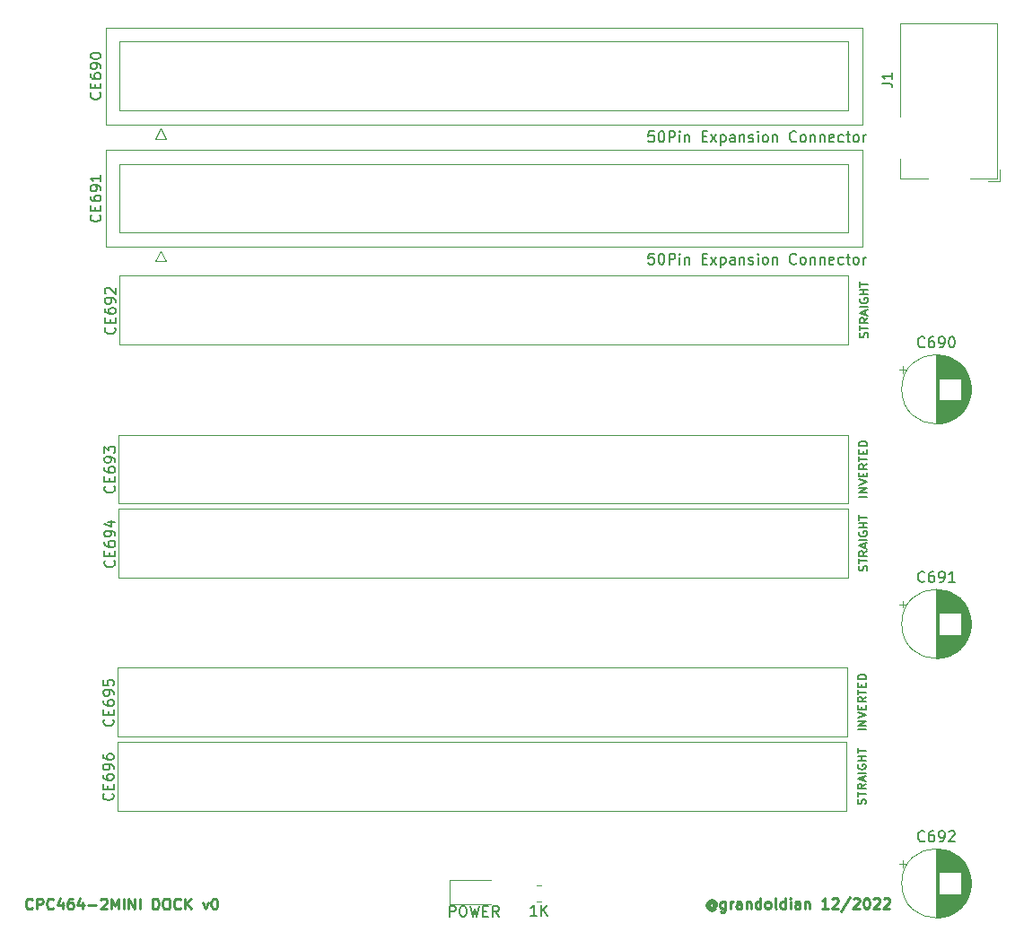
<source format=gbr>
%TF.GenerationSoftware,KiCad,Pcbnew,(6.0.7)*%
%TF.CreationDate,2022-12-21T02:17:17+00:00*%
%TF.ProjectId,CPC464-2MINIDOCK,43504334-3634-42d3-924d-494e49444f43,rev?*%
%TF.SameCoordinates,Original*%
%TF.FileFunction,Legend,Top*%
%TF.FilePolarity,Positive*%
%FSLAX46Y46*%
G04 Gerber Fmt 4.6, Leading zero omitted, Abs format (unit mm)*
G04 Created by KiCad (PCBNEW (6.0.7)) date 2022-12-21 02:17:17*
%MOMM*%
%LPD*%
G01*
G04 APERTURE LIST*
%ADD10C,0.225000*%
%ADD11C,0.150000*%
%ADD12C,0.120000*%
G04 APERTURE END LIST*
D10*
X99821409Y-104725790D02*
X99773790Y-104678171D01*
X99678552Y-104630552D01*
X99583314Y-104630552D01*
X99488076Y-104678171D01*
X99440457Y-104725790D01*
X99392838Y-104821028D01*
X99392838Y-104916266D01*
X99440457Y-105011504D01*
X99488076Y-105059123D01*
X99583314Y-105106742D01*
X99678552Y-105106742D01*
X99773790Y-105059123D01*
X99821409Y-105011504D01*
X99821409Y-104630552D02*
X99821409Y-105011504D01*
X99869028Y-105059123D01*
X99916647Y-105059123D01*
X100011885Y-105011504D01*
X100059504Y-104916266D01*
X100059504Y-104678171D01*
X99964266Y-104535314D01*
X99821409Y-104440076D01*
X99630933Y-104392457D01*
X99440457Y-104440076D01*
X99297600Y-104535314D01*
X99202361Y-104678171D01*
X99154742Y-104868647D01*
X99202361Y-105059123D01*
X99297600Y-105201980D01*
X99440457Y-105297219D01*
X99630933Y-105344838D01*
X99821409Y-105297219D01*
X99964266Y-105201980D01*
X100916647Y-104535314D02*
X100916647Y-105344838D01*
X100869028Y-105440076D01*
X100821409Y-105487695D01*
X100726171Y-105535314D01*
X100583314Y-105535314D01*
X100488076Y-105487695D01*
X100916647Y-105154361D02*
X100821409Y-105201980D01*
X100630933Y-105201980D01*
X100535695Y-105154361D01*
X100488076Y-105106742D01*
X100440457Y-105011504D01*
X100440457Y-104725790D01*
X100488076Y-104630552D01*
X100535695Y-104582933D01*
X100630933Y-104535314D01*
X100821409Y-104535314D01*
X100916647Y-104582933D01*
X101392838Y-105201980D02*
X101392838Y-104535314D01*
X101392838Y-104725790D02*
X101440457Y-104630552D01*
X101488076Y-104582933D01*
X101583314Y-104535314D01*
X101678552Y-104535314D01*
X102440457Y-105201980D02*
X102440457Y-104678171D01*
X102392838Y-104582933D01*
X102297600Y-104535314D01*
X102107123Y-104535314D01*
X102011885Y-104582933D01*
X102440457Y-105154361D02*
X102345219Y-105201980D01*
X102107123Y-105201980D01*
X102011885Y-105154361D01*
X101964266Y-105059123D01*
X101964266Y-104963885D01*
X102011885Y-104868647D01*
X102107123Y-104821028D01*
X102345219Y-104821028D01*
X102440457Y-104773409D01*
X102916647Y-104535314D02*
X102916647Y-105201980D01*
X102916647Y-104630552D02*
X102964266Y-104582933D01*
X103059504Y-104535314D01*
X103202361Y-104535314D01*
X103297600Y-104582933D01*
X103345219Y-104678171D01*
X103345219Y-105201980D01*
X104249980Y-105201980D02*
X104249980Y-104201980D01*
X104249980Y-105154361D02*
X104154742Y-105201980D01*
X103964266Y-105201980D01*
X103869028Y-105154361D01*
X103821409Y-105106742D01*
X103773790Y-105011504D01*
X103773790Y-104725790D01*
X103821409Y-104630552D01*
X103869028Y-104582933D01*
X103964266Y-104535314D01*
X104154742Y-104535314D01*
X104249980Y-104582933D01*
X104869028Y-105201980D02*
X104773790Y-105154361D01*
X104726171Y-105106742D01*
X104678552Y-105011504D01*
X104678552Y-104725790D01*
X104726171Y-104630552D01*
X104773790Y-104582933D01*
X104869028Y-104535314D01*
X105011885Y-104535314D01*
X105107123Y-104582933D01*
X105154742Y-104630552D01*
X105202361Y-104725790D01*
X105202361Y-105011504D01*
X105154742Y-105106742D01*
X105107123Y-105154361D01*
X105011885Y-105201980D01*
X104869028Y-105201980D01*
X105773790Y-105201980D02*
X105678552Y-105154361D01*
X105630933Y-105059123D01*
X105630933Y-104201980D01*
X106583314Y-105201980D02*
X106583314Y-104201980D01*
X106583314Y-105154361D02*
X106488076Y-105201980D01*
X106297600Y-105201980D01*
X106202361Y-105154361D01*
X106154742Y-105106742D01*
X106107123Y-105011504D01*
X106107123Y-104725790D01*
X106154742Y-104630552D01*
X106202361Y-104582933D01*
X106297600Y-104535314D01*
X106488076Y-104535314D01*
X106583314Y-104582933D01*
X107059504Y-105201980D02*
X107059504Y-104535314D01*
X107059504Y-104201980D02*
X107011885Y-104249600D01*
X107059504Y-104297219D01*
X107107123Y-104249600D01*
X107059504Y-104201980D01*
X107059504Y-104297219D01*
X107964266Y-105201980D02*
X107964266Y-104678171D01*
X107916647Y-104582933D01*
X107821409Y-104535314D01*
X107630933Y-104535314D01*
X107535695Y-104582933D01*
X107964266Y-105154361D02*
X107869028Y-105201980D01*
X107630933Y-105201980D01*
X107535695Y-105154361D01*
X107488076Y-105059123D01*
X107488076Y-104963885D01*
X107535695Y-104868647D01*
X107630933Y-104821028D01*
X107869028Y-104821028D01*
X107964266Y-104773409D01*
X108440457Y-104535314D02*
X108440457Y-105201980D01*
X108440457Y-104630552D02*
X108488076Y-104582933D01*
X108583314Y-104535314D01*
X108726171Y-104535314D01*
X108821409Y-104582933D01*
X108869028Y-104678171D01*
X108869028Y-105201980D01*
X110630933Y-105201980D02*
X110059504Y-105201980D01*
X110345219Y-105201980D02*
X110345219Y-104201980D01*
X110249980Y-104344838D01*
X110154742Y-104440076D01*
X110059504Y-104487695D01*
X111011885Y-104297219D02*
X111059504Y-104249600D01*
X111154742Y-104201980D01*
X111392838Y-104201980D01*
X111488076Y-104249600D01*
X111535695Y-104297219D01*
X111583314Y-104392457D01*
X111583314Y-104487695D01*
X111535695Y-104630552D01*
X110964266Y-105201980D01*
X111583314Y-105201980D01*
X112726171Y-104154361D02*
X111869028Y-105440076D01*
X113011885Y-104297219D02*
X113059504Y-104249600D01*
X113154742Y-104201980D01*
X113392838Y-104201980D01*
X113488076Y-104249600D01*
X113535695Y-104297219D01*
X113583314Y-104392457D01*
X113583314Y-104487695D01*
X113535695Y-104630552D01*
X112964266Y-105201980D01*
X113583314Y-105201980D01*
X114202361Y-104201980D02*
X114297600Y-104201980D01*
X114392838Y-104249600D01*
X114440457Y-104297219D01*
X114488076Y-104392457D01*
X114535695Y-104582933D01*
X114535695Y-104821028D01*
X114488076Y-105011504D01*
X114440457Y-105106742D01*
X114392838Y-105154361D01*
X114297600Y-105201980D01*
X114202361Y-105201980D01*
X114107123Y-105154361D01*
X114059504Y-105106742D01*
X114011885Y-105011504D01*
X113964266Y-104821028D01*
X113964266Y-104582933D01*
X114011885Y-104392457D01*
X114059504Y-104297219D01*
X114107123Y-104249600D01*
X114202361Y-104201980D01*
X114916647Y-104297219D02*
X114964266Y-104249600D01*
X115059504Y-104201980D01*
X115297600Y-104201980D01*
X115392838Y-104249600D01*
X115440457Y-104297219D01*
X115488076Y-104392457D01*
X115488076Y-104487695D01*
X115440457Y-104630552D01*
X114869028Y-105201980D01*
X115488076Y-105201980D01*
X115869028Y-104297219D02*
X115916647Y-104249600D01*
X116011885Y-104201980D01*
X116249980Y-104201980D01*
X116345219Y-104249600D01*
X116392838Y-104297219D01*
X116440457Y-104392457D01*
X116440457Y-104487695D01*
X116392838Y-104630552D01*
X115821409Y-105201980D01*
X116440457Y-105201980D01*
X35538828Y-105157542D02*
X35491209Y-105205161D01*
X35348352Y-105252780D01*
X35253114Y-105252780D01*
X35110257Y-105205161D01*
X35015019Y-105109923D01*
X34967400Y-105014685D01*
X34919780Y-104824209D01*
X34919780Y-104681352D01*
X34967400Y-104490876D01*
X35015019Y-104395638D01*
X35110257Y-104300400D01*
X35253114Y-104252780D01*
X35348352Y-104252780D01*
X35491209Y-104300400D01*
X35538828Y-104348019D01*
X35967400Y-105252780D02*
X35967400Y-104252780D01*
X36348352Y-104252780D01*
X36443590Y-104300400D01*
X36491209Y-104348019D01*
X36538828Y-104443257D01*
X36538828Y-104586114D01*
X36491209Y-104681352D01*
X36443590Y-104728971D01*
X36348352Y-104776590D01*
X35967400Y-104776590D01*
X37538828Y-105157542D02*
X37491209Y-105205161D01*
X37348352Y-105252780D01*
X37253114Y-105252780D01*
X37110257Y-105205161D01*
X37015019Y-105109923D01*
X36967400Y-105014685D01*
X36919780Y-104824209D01*
X36919780Y-104681352D01*
X36967400Y-104490876D01*
X37015019Y-104395638D01*
X37110257Y-104300400D01*
X37253114Y-104252780D01*
X37348352Y-104252780D01*
X37491209Y-104300400D01*
X37538828Y-104348019D01*
X38395971Y-104586114D02*
X38395971Y-105252780D01*
X38157876Y-104205161D02*
X37919780Y-104919447D01*
X38538828Y-104919447D01*
X39348352Y-104252780D02*
X39157876Y-104252780D01*
X39062638Y-104300400D01*
X39015019Y-104348019D01*
X38919780Y-104490876D01*
X38872161Y-104681352D01*
X38872161Y-105062304D01*
X38919780Y-105157542D01*
X38967400Y-105205161D01*
X39062638Y-105252780D01*
X39253114Y-105252780D01*
X39348352Y-105205161D01*
X39395971Y-105157542D01*
X39443590Y-105062304D01*
X39443590Y-104824209D01*
X39395971Y-104728971D01*
X39348352Y-104681352D01*
X39253114Y-104633733D01*
X39062638Y-104633733D01*
X38967400Y-104681352D01*
X38919780Y-104728971D01*
X38872161Y-104824209D01*
X40300733Y-104586114D02*
X40300733Y-105252780D01*
X40062638Y-104205161D02*
X39824542Y-104919447D01*
X40443590Y-104919447D01*
X40824542Y-104871828D02*
X41586447Y-104871828D01*
X42015019Y-104348019D02*
X42062638Y-104300400D01*
X42157876Y-104252780D01*
X42395971Y-104252780D01*
X42491209Y-104300400D01*
X42538828Y-104348019D01*
X42586447Y-104443257D01*
X42586447Y-104538495D01*
X42538828Y-104681352D01*
X41967400Y-105252780D01*
X42586447Y-105252780D01*
X43015019Y-105252780D02*
X43015019Y-104252780D01*
X43348352Y-104967066D01*
X43681685Y-104252780D01*
X43681685Y-105252780D01*
X44157876Y-105252780D02*
X44157876Y-104252780D01*
X44634066Y-105252780D02*
X44634066Y-104252780D01*
X45205495Y-105252780D01*
X45205495Y-104252780D01*
X45681685Y-105252780D02*
X45681685Y-104252780D01*
X46919780Y-105252780D02*
X46919780Y-104252780D01*
X47157876Y-104252780D01*
X47300733Y-104300400D01*
X47395971Y-104395638D01*
X47443590Y-104490876D01*
X47491209Y-104681352D01*
X47491209Y-104824209D01*
X47443590Y-105014685D01*
X47395971Y-105109923D01*
X47300733Y-105205161D01*
X47157876Y-105252780D01*
X46919780Y-105252780D01*
X48110257Y-104252780D02*
X48300733Y-104252780D01*
X48395971Y-104300400D01*
X48491209Y-104395638D01*
X48538828Y-104586114D01*
X48538828Y-104919447D01*
X48491209Y-105109923D01*
X48395971Y-105205161D01*
X48300733Y-105252780D01*
X48110257Y-105252780D01*
X48015019Y-105205161D01*
X47919780Y-105109923D01*
X47872161Y-104919447D01*
X47872161Y-104586114D01*
X47919780Y-104395638D01*
X48015019Y-104300400D01*
X48110257Y-104252780D01*
X49538828Y-105157542D02*
X49491209Y-105205161D01*
X49348352Y-105252780D01*
X49253114Y-105252780D01*
X49110257Y-105205161D01*
X49015019Y-105109923D01*
X48967400Y-105014685D01*
X48919780Y-104824209D01*
X48919780Y-104681352D01*
X48967400Y-104490876D01*
X49015019Y-104395638D01*
X49110257Y-104300400D01*
X49253114Y-104252780D01*
X49348352Y-104252780D01*
X49491209Y-104300400D01*
X49538828Y-104348019D01*
X49967400Y-105252780D02*
X49967400Y-104252780D01*
X50538828Y-105252780D02*
X50110257Y-104681352D01*
X50538828Y-104252780D02*
X49967400Y-104824209D01*
X51634066Y-104586114D02*
X51872161Y-105252780D01*
X52110257Y-104586114D01*
X52681685Y-104252780D02*
X52776923Y-104252780D01*
X52872161Y-104300400D01*
X52919780Y-104348019D01*
X52967399Y-104443257D01*
X53015019Y-104633733D01*
X53015019Y-104871828D01*
X52967399Y-105062304D01*
X52919780Y-105157542D01*
X52872161Y-105205161D01*
X52776923Y-105252780D01*
X52681685Y-105252780D01*
X52586447Y-105205161D01*
X52538828Y-105157542D01*
X52491209Y-105062304D01*
X52443590Y-104871828D01*
X52443590Y-104633733D01*
X52491209Y-104443257D01*
X52538828Y-104348019D01*
X52586447Y-104300400D01*
X52681685Y-104252780D01*
D11*
%TO.C,J1*%
X115690880Y-27321933D02*
X116405166Y-27321933D01*
X116548023Y-27369552D01*
X116643261Y-27464790D01*
X116690880Y-27607647D01*
X116690880Y-27702885D01*
X116690880Y-26321933D02*
X116690880Y-26893361D01*
X116690880Y-26607647D02*
X115690880Y-26607647D01*
X115833738Y-26702885D01*
X115928976Y-26798123D01*
X115976595Y-26893361D01*
%TO.C,C692*%
X119725552Y-98776342D02*
X119677933Y-98823961D01*
X119535076Y-98871580D01*
X119439838Y-98871580D01*
X119296980Y-98823961D01*
X119201742Y-98728723D01*
X119154123Y-98633485D01*
X119106504Y-98443009D01*
X119106504Y-98300152D01*
X119154123Y-98109676D01*
X119201742Y-98014438D01*
X119296980Y-97919200D01*
X119439838Y-97871580D01*
X119535076Y-97871580D01*
X119677933Y-97919200D01*
X119725552Y-97966819D01*
X120582695Y-97871580D02*
X120392219Y-97871580D01*
X120296980Y-97919200D01*
X120249361Y-97966819D01*
X120154123Y-98109676D01*
X120106504Y-98300152D01*
X120106504Y-98681104D01*
X120154123Y-98776342D01*
X120201742Y-98823961D01*
X120296980Y-98871580D01*
X120487457Y-98871580D01*
X120582695Y-98823961D01*
X120630314Y-98776342D01*
X120677933Y-98681104D01*
X120677933Y-98443009D01*
X120630314Y-98347771D01*
X120582695Y-98300152D01*
X120487457Y-98252533D01*
X120296980Y-98252533D01*
X120201742Y-98300152D01*
X120154123Y-98347771D01*
X120106504Y-98443009D01*
X121154123Y-98871580D02*
X121344600Y-98871580D01*
X121439838Y-98823961D01*
X121487457Y-98776342D01*
X121582695Y-98633485D01*
X121630314Y-98443009D01*
X121630314Y-98062057D01*
X121582695Y-97966819D01*
X121535076Y-97919200D01*
X121439838Y-97871580D01*
X121249361Y-97871580D01*
X121154123Y-97919200D01*
X121106504Y-97966819D01*
X121058885Y-98062057D01*
X121058885Y-98300152D01*
X121106504Y-98395390D01*
X121154123Y-98443009D01*
X121249361Y-98490628D01*
X121439838Y-98490628D01*
X121535076Y-98443009D01*
X121582695Y-98395390D01*
X121630314Y-98300152D01*
X122011266Y-97966819D02*
X122058885Y-97919200D01*
X122154123Y-97871580D01*
X122392219Y-97871580D01*
X122487457Y-97919200D01*
X122535076Y-97966819D01*
X122582695Y-98062057D01*
X122582695Y-98157295D01*
X122535076Y-98300152D01*
X121963647Y-98871580D01*
X122582695Y-98871580D01*
%TO.C,C691*%
X119725552Y-74290742D02*
X119677933Y-74338361D01*
X119535076Y-74385980D01*
X119439838Y-74385980D01*
X119296980Y-74338361D01*
X119201742Y-74243123D01*
X119154123Y-74147885D01*
X119106504Y-73957409D01*
X119106504Y-73814552D01*
X119154123Y-73624076D01*
X119201742Y-73528838D01*
X119296980Y-73433600D01*
X119439838Y-73385980D01*
X119535076Y-73385980D01*
X119677933Y-73433600D01*
X119725552Y-73481219D01*
X120582695Y-73385980D02*
X120392219Y-73385980D01*
X120296980Y-73433600D01*
X120249361Y-73481219D01*
X120154123Y-73624076D01*
X120106504Y-73814552D01*
X120106504Y-74195504D01*
X120154123Y-74290742D01*
X120201742Y-74338361D01*
X120296980Y-74385980D01*
X120487457Y-74385980D01*
X120582695Y-74338361D01*
X120630314Y-74290742D01*
X120677933Y-74195504D01*
X120677933Y-73957409D01*
X120630314Y-73862171D01*
X120582695Y-73814552D01*
X120487457Y-73766933D01*
X120296980Y-73766933D01*
X120201742Y-73814552D01*
X120154123Y-73862171D01*
X120106504Y-73957409D01*
X121154123Y-74385980D02*
X121344600Y-74385980D01*
X121439838Y-74338361D01*
X121487457Y-74290742D01*
X121582695Y-74147885D01*
X121630314Y-73957409D01*
X121630314Y-73576457D01*
X121582695Y-73481219D01*
X121535076Y-73433600D01*
X121439838Y-73385980D01*
X121249361Y-73385980D01*
X121154123Y-73433600D01*
X121106504Y-73481219D01*
X121058885Y-73576457D01*
X121058885Y-73814552D01*
X121106504Y-73909790D01*
X121154123Y-73957409D01*
X121249361Y-74005028D01*
X121439838Y-74005028D01*
X121535076Y-73957409D01*
X121582695Y-73909790D01*
X121630314Y-73814552D01*
X122582695Y-74385980D02*
X122011266Y-74385980D01*
X122296980Y-74385980D02*
X122296980Y-73385980D01*
X122201742Y-73528838D01*
X122106504Y-73624076D01*
X122011266Y-73671695D01*
%TO.C,C690*%
X119725552Y-52141942D02*
X119677933Y-52189561D01*
X119535076Y-52237180D01*
X119439838Y-52237180D01*
X119296980Y-52189561D01*
X119201742Y-52094323D01*
X119154123Y-51999085D01*
X119106504Y-51808609D01*
X119106504Y-51665752D01*
X119154123Y-51475276D01*
X119201742Y-51380038D01*
X119296980Y-51284800D01*
X119439838Y-51237180D01*
X119535076Y-51237180D01*
X119677933Y-51284800D01*
X119725552Y-51332419D01*
X120582695Y-51237180D02*
X120392219Y-51237180D01*
X120296980Y-51284800D01*
X120249361Y-51332419D01*
X120154123Y-51475276D01*
X120106504Y-51665752D01*
X120106504Y-52046704D01*
X120154123Y-52141942D01*
X120201742Y-52189561D01*
X120296980Y-52237180D01*
X120487457Y-52237180D01*
X120582695Y-52189561D01*
X120630314Y-52141942D01*
X120677933Y-52046704D01*
X120677933Y-51808609D01*
X120630314Y-51713371D01*
X120582695Y-51665752D01*
X120487457Y-51618133D01*
X120296980Y-51618133D01*
X120201742Y-51665752D01*
X120154123Y-51713371D01*
X120106504Y-51808609D01*
X121154123Y-52237180D02*
X121344600Y-52237180D01*
X121439838Y-52189561D01*
X121487457Y-52141942D01*
X121582695Y-51999085D01*
X121630314Y-51808609D01*
X121630314Y-51427657D01*
X121582695Y-51332419D01*
X121535076Y-51284800D01*
X121439838Y-51237180D01*
X121249361Y-51237180D01*
X121154123Y-51284800D01*
X121106504Y-51332419D01*
X121058885Y-51427657D01*
X121058885Y-51665752D01*
X121106504Y-51760990D01*
X121154123Y-51808609D01*
X121249361Y-51856228D01*
X121439838Y-51856228D01*
X121535076Y-51808609D01*
X121582695Y-51760990D01*
X121630314Y-51665752D01*
X122249361Y-51237180D02*
X122344600Y-51237180D01*
X122439838Y-51284800D01*
X122487457Y-51332419D01*
X122535076Y-51427657D01*
X122582695Y-51618133D01*
X122582695Y-51856228D01*
X122535076Y-52046704D01*
X122487457Y-52141942D01*
X122439838Y-52189561D01*
X122344600Y-52237180D01*
X122249361Y-52237180D01*
X122154123Y-52189561D01*
X122106504Y-52141942D01*
X122058885Y-52046704D01*
X122011266Y-51856228D01*
X122011266Y-51618133D01*
X122058885Y-51427657D01*
X122106504Y-51332419D01*
X122154123Y-51284800D01*
X122249361Y-51237180D01*
%TO.C,CE696*%
X43130742Y-94352228D02*
X43178361Y-94399847D01*
X43225980Y-94542704D01*
X43225980Y-94637942D01*
X43178361Y-94780800D01*
X43083123Y-94876038D01*
X42987885Y-94923657D01*
X42797409Y-94971276D01*
X42654552Y-94971276D01*
X42464076Y-94923657D01*
X42368838Y-94876038D01*
X42273600Y-94780800D01*
X42225980Y-94637942D01*
X42225980Y-94542704D01*
X42273600Y-94399847D01*
X42321219Y-94352228D01*
X42702171Y-93923657D02*
X42702171Y-93590323D01*
X43225980Y-93447466D02*
X43225980Y-93923657D01*
X42225980Y-93923657D01*
X42225980Y-93447466D01*
X42225980Y-92590323D02*
X42225980Y-92780800D01*
X42273600Y-92876038D01*
X42321219Y-92923657D01*
X42464076Y-93018895D01*
X42654552Y-93066514D01*
X43035504Y-93066514D01*
X43130742Y-93018895D01*
X43178361Y-92971276D01*
X43225980Y-92876038D01*
X43225980Y-92685561D01*
X43178361Y-92590323D01*
X43130742Y-92542704D01*
X43035504Y-92495085D01*
X42797409Y-92495085D01*
X42702171Y-92542704D01*
X42654552Y-92590323D01*
X42606933Y-92685561D01*
X42606933Y-92876038D01*
X42654552Y-92971276D01*
X42702171Y-93018895D01*
X42797409Y-93066514D01*
X43225980Y-92018895D02*
X43225980Y-91828419D01*
X43178361Y-91733180D01*
X43130742Y-91685561D01*
X42987885Y-91590323D01*
X42797409Y-91542704D01*
X42416457Y-91542704D01*
X42321219Y-91590323D01*
X42273600Y-91637942D01*
X42225980Y-91733180D01*
X42225980Y-91923657D01*
X42273600Y-92018895D01*
X42321219Y-92066514D01*
X42416457Y-92114133D01*
X42654552Y-92114133D01*
X42749790Y-92066514D01*
X42797409Y-92018895D01*
X42845028Y-91923657D01*
X42845028Y-91733180D01*
X42797409Y-91637942D01*
X42749790Y-91590323D01*
X42654552Y-91542704D01*
X42225980Y-90685561D02*
X42225980Y-90876038D01*
X42273600Y-90971276D01*
X42321219Y-91018895D01*
X42464076Y-91114133D01*
X42654552Y-91161752D01*
X43035504Y-91161752D01*
X43130742Y-91114133D01*
X43178361Y-91066514D01*
X43225980Y-90971276D01*
X43225980Y-90780800D01*
X43178361Y-90685561D01*
X43130742Y-90637942D01*
X43035504Y-90590323D01*
X42797409Y-90590323D01*
X42702171Y-90637942D01*
X42654552Y-90685561D01*
X42606933Y-90780800D01*
X42606933Y-90971276D01*
X42654552Y-91066514D01*
X42702171Y-91114133D01*
X42797409Y-91161752D01*
X114166609Y-95320476D02*
X114204704Y-95206190D01*
X114204704Y-95015714D01*
X114166609Y-94939523D01*
X114128514Y-94901428D01*
X114052323Y-94863333D01*
X113976133Y-94863333D01*
X113899942Y-94901428D01*
X113861847Y-94939523D01*
X113823752Y-95015714D01*
X113785657Y-95168095D01*
X113747561Y-95244285D01*
X113709466Y-95282380D01*
X113633276Y-95320476D01*
X113557085Y-95320476D01*
X113480895Y-95282380D01*
X113442800Y-95244285D01*
X113404704Y-95168095D01*
X113404704Y-94977619D01*
X113442800Y-94863333D01*
X113404704Y-94634761D02*
X113404704Y-94177619D01*
X114204704Y-94406190D02*
X113404704Y-94406190D01*
X114204704Y-93453809D02*
X113823752Y-93720476D01*
X114204704Y-93910952D02*
X113404704Y-93910952D01*
X113404704Y-93606190D01*
X113442800Y-93530000D01*
X113480895Y-93491904D01*
X113557085Y-93453809D01*
X113671371Y-93453809D01*
X113747561Y-93491904D01*
X113785657Y-93530000D01*
X113823752Y-93606190D01*
X113823752Y-93910952D01*
X113976133Y-93149047D02*
X113976133Y-92768095D01*
X114204704Y-93225238D02*
X113404704Y-92958571D01*
X114204704Y-92691904D01*
X114204704Y-92425238D02*
X113404704Y-92425238D01*
X113442800Y-91625238D02*
X113404704Y-91701428D01*
X113404704Y-91815714D01*
X113442800Y-91930000D01*
X113518990Y-92006190D01*
X113595180Y-92044285D01*
X113747561Y-92082380D01*
X113861847Y-92082380D01*
X114014228Y-92044285D01*
X114090419Y-92006190D01*
X114166609Y-91930000D01*
X114204704Y-91815714D01*
X114204704Y-91739523D01*
X114166609Y-91625238D01*
X114128514Y-91587142D01*
X113861847Y-91587142D01*
X113861847Y-91739523D01*
X114204704Y-91244285D02*
X113404704Y-91244285D01*
X113785657Y-91244285D02*
X113785657Y-90787142D01*
X114204704Y-90787142D02*
X113404704Y-90787142D01*
X113404704Y-90520476D02*
X113404704Y-90063333D01*
X114204704Y-90291904D02*
X113404704Y-90291904D01*
%TO.C,CE695*%
X43156142Y-87352228D02*
X43203761Y-87399847D01*
X43251380Y-87542704D01*
X43251380Y-87637942D01*
X43203761Y-87780800D01*
X43108523Y-87876038D01*
X43013285Y-87923657D01*
X42822809Y-87971276D01*
X42679952Y-87971276D01*
X42489476Y-87923657D01*
X42394238Y-87876038D01*
X42299000Y-87780800D01*
X42251380Y-87637942D01*
X42251380Y-87542704D01*
X42299000Y-87399847D01*
X42346619Y-87352228D01*
X42727571Y-86923657D02*
X42727571Y-86590323D01*
X43251380Y-86447466D02*
X43251380Y-86923657D01*
X42251380Y-86923657D01*
X42251380Y-86447466D01*
X42251380Y-85590323D02*
X42251380Y-85780800D01*
X42299000Y-85876038D01*
X42346619Y-85923657D01*
X42489476Y-86018895D01*
X42679952Y-86066514D01*
X43060904Y-86066514D01*
X43156142Y-86018895D01*
X43203761Y-85971276D01*
X43251380Y-85876038D01*
X43251380Y-85685561D01*
X43203761Y-85590323D01*
X43156142Y-85542704D01*
X43060904Y-85495085D01*
X42822809Y-85495085D01*
X42727571Y-85542704D01*
X42679952Y-85590323D01*
X42632333Y-85685561D01*
X42632333Y-85876038D01*
X42679952Y-85971276D01*
X42727571Y-86018895D01*
X42822809Y-86066514D01*
X43251380Y-85018895D02*
X43251380Y-84828419D01*
X43203761Y-84733180D01*
X43156142Y-84685561D01*
X43013285Y-84590323D01*
X42822809Y-84542704D01*
X42441857Y-84542704D01*
X42346619Y-84590323D01*
X42299000Y-84637942D01*
X42251380Y-84733180D01*
X42251380Y-84923657D01*
X42299000Y-85018895D01*
X42346619Y-85066514D01*
X42441857Y-85114133D01*
X42679952Y-85114133D01*
X42775190Y-85066514D01*
X42822809Y-85018895D01*
X42870428Y-84923657D01*
X42870428Y-84733180D01*
X42822809Y-84637942D01*
X42775190Y-84590323D01*
X42679952Y-84542704D01*
X42251380Y-83637942D02*
X42251380Y-84114133D01*
X42727571Y-84161752D01*
X42679952Y-84114133D01*
X42632333Y-84018895D01*
X42632333Y-83780800D01*
X42679952Y-83685561D01*
X42727571Y-83637942D01*
X42822809Y-83590323D01*
X43060904Y-83590323D01*
X43156142Y-83637942D01*
X43203761Y-83685561D01*
X43251380Y-83780800D01*
X43251380Y-84018895D01*
X43203761Y-84114133D01*
X43156142Y-84161752D01*
X114230104Y-88320476D02*
X113430104Y-88320476D01*
X114230104Y-87939523D02*
X113430104Y-87939523D01*
X114230104Y-87482380D01*
X113430104Y-87482380D01*
X113430104Y-87215714D02*
X114230104Y-86949047D01*
X113430104Y-86682380D01*
X113811057Y-86415714D02*
X113811057Y-86149047D01*
X114230104Y-86034761D02*
X114230104Y-86415714D01*
X113430104Y-86415714D01*
X113430104Y-86034761D01*
X114230104Y-85234761D02*
X113849152Y-85501428D01*
X114230104Y-85691904D02*
X113430104Y-85691904D01*
X113430104Y-85387142D01*
X113468200Y-85310952D01*
X113506295Y-85272857D01*
X113582485Y-85234761D01*
X113696771Y-85234761D01*
X113772961Y-85272857D01*
X113811057Y-85310952D01*
X113849152Y-85387142D01*
X113849152Y-85691904D01*
X113430104Y-85006190D02*
X113430104Y-84549047D01*
X114230104Y-84777619D02*
X113430104Y-84777619D01*
X113811057Y-84282380D02*
X113811057Y-84015714D01*
X114230104Y-83901428D02*
X114230104Y-84282380D01*
X113430104Y-84282380D01*
X113430104Y-83901428D01*
X114230104Y-83558571D02*
X113430104Y-83558571D01*
X113430104Y-83368095D01*
X113468200Y-83253809D01*
X113544390Y-83177619D01*
X113620580Y-83139523D01*
X113772961Y-83101428D01*
X113887247Y-83101428D01*
X114039628Y-83139523D01*
X114115819Y-83177619D01*
X114192009Y-83253809D01*
X114230104Y-83368095D01*
X114230104Y-83558571D01*
%TO.C,CE694*%
X43257742Y-72352228D02*
X43305361Y-72399847D01*
X43352980Y-72542704D01*
X43352980Y-72637942D01*
X43305361Y-72780800D01*
X43210123Y-72876038D01*
X43114885Y-72923657D01*
X42924409Y-72971276D01*
X42781552Y-72971276D01*
X42591076Y-72923657D01*
X42495838Y-72876038D01*
X42400600Y-72780800D01*
X42352980Y-72637942D01*
X42352980Y-72542704D01*
X42400600Y-72399847D01*
X42448219Y-72352228D01*
X42829171Y-71923657D02*
X42829171Y-71590323D01*
X43352980Y-71447466D02*
X43352980Y-71923657D01*
X42352980Y-71923657D01*
X42352980Y-71447466D01*
X42352980Y-70590323D02*
X42352980Y-70780800D01*
X42400600Y-70876038D01*
X42448219Y-70923657D01*
X42591076Y-71018895D01*
X42781552Y-71066514D01*
X43162504Y-71066514D01*
X43257742Y-71018895D01*
X43305361Y-70971276D01*
X43352980Y-70876038D01*
X43352980Y-70685561D01*
X43305361Y-70590323D01*
X43257742Y-70542704D01*
X43162504Y-70495085D01*
X42924409Y-70495085D01*
X42829171Y-70542704D01*
X42781552Y-70590323D01*
X42733933Y-70685561D01*
X42733933Y-70876038D01*
X42781552Y-70971276D01*
X42829171Y-71018895D01*
X42924409Y-71066514D01*
X43352980Y-70018895D02*
X43352980Y-69828419D01*
X43305361Y-69733180D01*
X43257742Y-69685561D01*
X43114885Y-69590323D01*
X42924409Y-69542704D01*
X42543457Y-69542704D01*
X42448219Y-69590323D01*
X42400600Y-69637942D01*
X42352980Y-69733180D01*
X42352980Y-69923657D01*
X42400600Y-70018895D01*
X42448219Y-70066514D01*
X42543457Y-70114133D01*
X42781552Y-70114133D01*
X42876790Y-70066514D01*
X42924409Y-70018895D01*
X42972028Y-69923657D01*
X42972028Y-69733180D01*
X42924409Y-69637942D01*
X42876790Y-69590323D01*
X42781552Y-69542704D01*
X42686314Y-68685561D02*
X43352980Y-68685561D01*
X42305361Y-68923657D02*
X43019647Y-69161752D01*
X43019647Y-68542704D01*
X114293609Y-73320476D02*
X114331704Y-73206190D01*
X114331704Y-73015714D01*
X114293609Y-72939523D01*
X114255514Y-72901428D01*
X114179323Y-72863333D01*
X114103133Y-72863333D01*
X114026942Y-72901428D01*
X113988847Y-72939523D01*
X113950752Y-73015714D01*
X113912657Y-73168095D01*
X113874561Y-73244285D01*
X113836466Y-73282380D01*
X113760276Y-73320476D01*
X113684085Y-73320476D01*
X113607895Y-73282380D01*
X113569800Y-73244285D01*
X113531704Y-73168095D01*
X113531704Y-72977619D01*
X113569800Y-72863333D01*
X113531704Y-72634761D02*
X113531704Y-72177619D01*
X114331704Y-72406190D02*
X113531704Y-72406190D01*
X114331704Y-71453809D02*
X113950752Y-71720476D01*
X114331704Y-71910952D02*
X113531704Y-71910952D01*
X113531704Y-71606190D01*
X113569800Y-71530000D01*
X113607895Y-71491904D01*
X113684085Y-71453809D01*
X113798371Y-71453809D01*
X113874561Y-71491904D01*
X113912657Y-71530000D01*
X113950752Y-71606190D01*
X113950752Y-71910952D01*
X114103133Y-71149047D02*
X114103133Y-70768095D01*
X114331704Y-71225238D02*
X113531704Y-70958571D01*
X114331704Y-70691904D01*
X114331704Y-70425238D02*
X113531704Y-70425238D01*
X113569800Y-69625238D02*
X113531704Y-69701428D01*
X113531704Y-69815714D01*
X113569800Y-69930000D01*
X113645990Y-70006190D01*
X113722180Y-70044285D01*
X113874561Y-70082380D01*
X113988847Y-70082380D01*
X114141228Y-70044285D01*
X114217419Y-70006190D01*
X114293609Y-69930000D01*
X114331704Y-69815714D01*
X114331704Y-69739523D01*
X114293609Y-69625238D01*
X114255514Y-69587142D01*
X113988847Y-69587142D01*
X113988847Y-69739523D01*
X114331704Y-69244285D02*
X113531704Y-69244285D01*
X113912657Y-69244285D02*
X113912657Y-68787142D01*
X114331704Y-68787142D02*
X113531704Y-68787142D01*
X113531704Y-68520476D02*
X113531704Y-68063333D01*
X114331704Y-68291904D02*
X113531704Y-68291904D01*
%TO.C,CE693*%
X43257742Y-65352228D02*
X43305361Y-65399847D01*
X43352980Y-65542704D01*
X43352980Y-65637942D01*
X43305361Y-65780800D01*
X43210123Y-65876038D01*
X43114885Y-65923657D01*
X42924409Y-65971276D01*
X42781552Y-65971276D01*
X42591076Y-65923657D01*
X42495838Y-65876038D01*
X42400600Y-65780800D01*
X42352980Y-65637942D01*
X42352980Y-65542704D01*
X42400600Y-65399847D01*
X42448219Y-65352228D01*
X42829171Y-64923657D02*
X42829171Y-64590323D01*
X43352980Y-64447466D02*
X43352980Y-64923657D01*
X42352980Y-64923657D01*
X42352980Y-64447466D01*
X42352980Y-63590323D02*
X42352980Y-63780800D01*
X42400600Y-63876038D01*
X42448219Y-63923657D01*
X42591076Y-64018895D01*
X42781552Y-64066514D01*
X43162504Y-64066514D01*
X43257742Y-64018895D01*
X43305361Y-63971276D01*
X43352980Y-63876038D01*
X43352980Y-63685561D01*
X43305361Y-63590323D01*
X43257742Y-63542704D01*
X43162504Y-63495085D01*
X42924409Y-63495085D01*
X42829171Y-63542704D01*
X42781552Y-63590323D01*
X42733933Y-63685561D01*
X42733933Y-63876038D01*
X42781552Y-63971276D01*
X42829171Y-64018895D01*
X42924409Y-64066514D01*
X43352980Y-63018895D02*
X43352980Y-62828419D01*
X43305361Y-62733180D01*
X43257742Y-62685561D01*
X43114885Y-62590323D01*
X42924409Y-62542704D01*
X42543457Y-62542704D01*
X42448219Y-62590323D01*
X42400600Y-62637942D01*
X42352980Y-62733180D01*
X42352980Y-62923657D01*
X42400600Y-63018895D01*
X42448219Y-63066514D01*
X42543457Y-63114133D01*
X42781552Y-63114133D01*
X42876790Y-63066514D01*
X42924409Y-63018895D01*
X42972028Y-62923657D01*
X42972028Y-62733180D01*
X42924409Y-62637942D01*
X42876790Y-62590323D01*
X42781552Y-62542704D01*
X42352980Y-62209371D02*
X42352980Y-61590323D01*
X42733933Y-61923657D01*
X42733933Y-61780800D01*
X42781552Y-61685561D01*
X42829171Y-61637942D01*
X42924409Y-61590323D01*
X43162504Y-61590323D01*
X43257742Y-61637942D01*
X43305361Y-61685561D01*
X43352980Y-61780800D01*
X43352980Y-62066514D01*
X43305361Y-62161752D01*
X43257742Y-62209371D01*
X114331704Y-66320476D02*
X113531704Y-66320476D01*
X114331704Y-65939523D02*
X113531704Y-65939523D01*
X114331704Y-65482380D01*
X113531704Y-65482380D01*
X113531704Y-65215714D02*
X114331704Y-64949047D01*
X113531704Y-64682380D01*
X113912657Y-64415714D02*
X113912657Y-64149047D01*
X114331704Y-64034761D02*
X114331704Y-64415714D01*
X113531704Y-64415714D01*
X113531704Y-64034761D01*
X114331704Y-63234761D02*
X113950752Y-63501428D01*
X114331704Y-63691904D02*
X113531704Y-63691904D01*
X113531704Y-63387142D01*
X113569800Y-63310952D01*
X113607895Y-63272857D01*
X113684085Y-63234761D01*
X113798371Y-63234761D01*
X113874561Y-63272857D01*
X113912657Y-63310952D01*
X113950752Y-63387142D01*
X113950752Y-63691904D01*
X113531704Y-63006190D02*
X113531704Y-62549047D01*
X114331704Y-62777619D02*
X113531704Y-62777619D01*
X113912657Y-62282380D02*
X113912657Y-62015714D01*
X114331704Y-61901428D02*
X114331704Y-62282380D01*
X113531704Y-62282380D01*
X113531704Y-61901428D01*
X114331704Y-61558571D02*
X113531704Y-61558571D01*
X113531704Y-61368095D01*
X113569800Y-61253809D01*
X113645990Y-61177619D01*
X113722180Y-61139523D01*
X113874561Y-61101428D01*
X113988847Y-61101428D01*
X114141228Y-61139523D01*
X114217419Y-61177619D01*
X114293609Y-61253809D01*
X114331704Y-61368095D01*
X114331704Y-61558571D01*
%TO.C,CE692*%
X43308542Y-50352228D02*
X43356161Y-50399847D01*
X43403780Y-50542704D01*
X43403780Y-50637942D01*
X43356161Y-50780800D01*
X43260923Y-50876038D01*
X43165685Y-50923657D01*
X42975209Y-50971276D01*
X42832352Y-50971276D01*
X42641876Y-50923657D01*
X42546638Y-50876038D01*
X42451400Y-50780800D01*
X42403780Y-50637942D01*
X42403780Y-50542704D01*
X42451400Y-50399847D01*
X42499019Y-50352228D01*
X42879971Y-49923657D02*
X42879971Y-49590323D01*
X43403780Y-49447466D02*
X43403780Y-49923657D01*
X42403780Y-49923657D01*
X42403780Y-49447466D01*
X42403780Y-48590323D02*
X42403780Y-48780800D01*
X42451400Y-48876038D01*
X42499019Y-48923657D01*
X42641876Y-49018895D01*
X42832352Y-49066514D01*
X43213304Y-49066514D01*
X43308542Y-49018895D01*
X43356161Y-48971276D01*
X43403780Y-48876038D01*
X43403780Y-48685561D01*
X43356161Y-48590323D01*
X43308542Y-48542704D01*
X43213304Y-48495085D01*
X42975209Y-48495085D01*
X42879971Y-48542704D01*
X42832352Y-48590323D01*
X42784733Y-48685561D01*
X42784733Y-48876038D01*
X42832352Y-48971276D01*
X42879971Y-49018895D01*
X42975209Y-49066514D01*
X43403780Y-48018895D02*
X43403780Y-47828419D01*
X43356161Y-47733180D01*
X43308542Y-47685561D01*
X43165685Y-47590323D01*
X42975209Y-47542704D01*
X42594257Y-47542704D01*
X42499019Y-47590323D01*
X42451400Y-47637942D01*
X42403780Y-47733180D01*
X42403780Y-47923657D01*
X42451400Y-48018895D01*
X42499019Y-48066514D01*
X42594257Y-48114133D01*
X42832352Y-48114133D01*
X42927590Y-48066514D01*
X42975209Y-48018895D01*
X43022828Y-47923657D01*
X43022828Y-47733180D01*
X42975209Y-47637942D01*
X42927590Y-47590323D01*
X42832352Y-47542704D01*
X42499019Y-47161752D02*
X42451400Y-47114133D01*
X42403780Y-47018895D01*
X42403780Y-46780800D01*
X42451400Y-46685561D01*
X42499019Y-46637942D01*
X42594257Y-46590323D01*
X42689495Y-46590323D01*
X42832352Y-46637942D01*
X43403780Y-47209371D01*
X43403780Y-46590323D01*
X114344409Y-51320476D02*
X114382504Y-51206190D01*
X114382504Y-51015714D01*
X114344409Y-50939523D01*
X114306314Y-50901428D01*
X114230123Y-50863333D01*
X114153933Y-50863333D01*
X114077742Y-50901428D01*
X114039647Y-50939523D01*
X114001552Y-51015714D01*
X113963457Y-51168095D01*
X113925361Y-51244285D01*
X113887266Y-51282380D01*
X113811076Y-51320476D01*
X113734885Y-51320476D01*
X113658695Y-51282380D01*
X113620600Y-51244285D01*
X113582504Y-51168095D01*
X113582504Y-50977619D01*
X113620600Y-50863333D01*
X113582504Y-50634761D02*
X113582504Y-50177619D01*
X114382504Y-50406190D02*
X113582504Y-50406190D01*
X114382504Y-49453809D02*
X114001552Y-49720476D01*
X114382504Y-49910952D02*
X113582504Y-49910952D01*
X113582504Y-49606190D01*
X113620600Y-49530000D01*
X113658695Y-49491904D01*
X113734885Y-49453809D01*
X113849171Y-49453809D01*
X113925361Y-49491904D01*
X113963457Y-49530000D01*
X114001552Y-49606190D01*
X114001552Y-49910952D01*
X114153933Y-49149047D02*
X114153933Y-48768095D01*
X114382504Y-49225238D02*
X113582504Y-48958571D01*
X114382504Y-48691904D01*
X114382504Y-48425238D02*
X113582504Y-48425238D01*
X113620600Y-47625238D02*
X113582504Y-47701428D01*
X113582504Y-47815714D01*
X113620600Y-47930000D01*
X113696790Y-48006190D01*
X113772980Y-48044285D01*
X113925361Y-48082380D01*
X114039647Y-48082380D01*
X114192028Y-48044285D01*
X114268219Y-48006190D01*
X114344409Y-47930000D01*
X114382504Y-47815714D01*
X114382504Y-47739523D01*
X114344409Y-47625238D01*
X114306314Y-47587142D01*
X114039647Y-47587142D01*
X114039647Y-47739523D01*
X114382504Y-47244285D02*
X113582504Y-47244285D01*
X113963457Y-47244285D02*
X113963457Y-46787142D01*
X114382504Y-46787142D02*
X113582504Y-46787142D01*
X113582504Y-46520476D02*
X113582504Y-46063333D01*
X114382504Y-46291904D02*
X113582504Y-46291904D01*
%TO.C,CE691*%
X41932942Y-39738128D02*
X41980561Y-39785747D01*
X42028180Y-39928604D01*
X42028180Y-40023842D01*
X41980561Y-40166700D01*
X41885323Y-40261938D01*
X41790085Y-40309557D01*
X41599609Y-40357176D01*
X41456752Y-40357176D01*
X41266276Y-40309557D01*
X41171038Y-40261938D01*
X41075800Y-40166700D01*
X41028180Y-40023842D01*
X41028180Y-39928604D01*
X41075800Y-39785747D01*
X41123419Y-39738128D01*
X41504371Y-39309557D02*
X41504371Y-38976223D01*
X42028180Y-38833366D02*
X42028180Y-39309557D01*
X41028180Y-39309557D01*
X41028180Y-38833366D01*
X41028180Y-37976223D02*
X41028180Y-38166700D01*
X41075800Y-38261938D01*
X41123419Y-38309557D01*
X41266276Y-38404795D01*
X41456752Y-38452414D01*
X41837704Y-38452414D01*
X41932942Y-38404795D01*
X41980561Y-38357176D01*
X42028180Y-38261938D01*
X42028180Y-38071461D01*
X41980561Y-37976223D01*
X41932942Y-37928604D01*
X41837704Y-37880985D01*
X41599609Y-37880985D01*
X41504371Y-37928604D01*
X41456752Y-37976223D01*
X41409133Y-38071461D01*
X41409133Y-38261938D01*
X41456752Y-38357176D01*
X41504371Y-38404795D01*
X41599609Y-38452414D01*
X42028180Y-37404795D02*
X42028180Y-37214319D01*
X41980561Y-37119080D01*
X41932942Y-37071461D01*
X41790085Y-36976223D01*
X41599609Y-36928604D01*
X41218657Y-36928604D01*
X41123419Y-36976223D01*
X41075800Y-37023842D01*
X41028180Y-37119080D01*
X41028180Y-37309557D01*
X41075800Y-37404795D01*
X41123419Y-37452414D01*
X41218657Y-37500033D01*
X41456752Y-37500033D01*
X41551990Y-37452414D01*
X41599609Y-37404795D01*
X41647228Y-37309557D01*
X41647228Y-37119080D01*
X41599609Y-37023842D01*
X41551990Y-36976223D01*
X41456752Y-36928604D01*
X42028180Y-35976223D02*
X42028180Y-36547652D01*
X42028180Y-36261938D02*
X41028180Y-36261938D01*
X41171038Y-36357176D01*
X41266276Y-36452414D01*
X41313895Y-36547652D01*
X94197114Y-43384880D02*
X93720923Y-43384880D01*
X93673304Y-43861071D01*
X93720923Y-43813452D01*
X93816161Y-43765833D01*
X94054257Y-43765833D01*
X94149495Y-43813452D01*
X94197114Y-43861071D01*
X94244733Y-43956309D01*
X94244733Y-44194404D01*
X94197114Y-44289642D01*
X94149495Y-44337261D01*
X94054257Y-44384880D01*
X93816161Y-44384880D01*
X93720923Y-44337261D01*
X93673304Y-44289642D01*
X94863780Y-43384880D02*
X94959019Y-43384880D01*
X95054257Y-43432500D01*
X95101876Y-43480119D01*
X95149495Y-43575357D01*
X95197114Y-43765833D01*
X95197114Y-44003928D01*
X95149495Y-44194404D01*
X95101876Y-44289642D01*
X95054257Y-44337261D01*
X94959019Y-44384880D01*
X94863780Y-44384880D01*
X94768542Y-44337261D01*
X94720923Y-44289642D01*
X94673304Y-44194404D01*
X94625685Y-44003928D01*
X94625685Y-43765833D01*
X94673304Y-43575357D01*
X94720923Y-43480119D01*
X94768542Y-43432500D01*
X94863780Y-43384880D01*
X95625685Y-44384880D02*
X95625685Y-43384880D01*
X96006638Y-43384880D01*
X96101876Y-43432500D01*
X96149495Y-43480119D01*
X96197114Y-43575357D01*
X96197114Y-43718214D01*
X96149495Y-43813452D01*
X96101876Y-43861071D01*
X96006638Y-43908690D01*
X95625685Y-43908690D01*
X96625685Y-44384880D02*
X96625685Y-43718214D01*
X96625685Y-43384880D02*
X96578066Y-43432500D01*
X96625685Y-43480119D01*
X96673304Y-43432500D01*
X96625685Y-43384880D01*
X96625685Y-43480119D01*
X97101876Y-43718214D02*
X97101876Y-44384880D01*
X97101876Y-43813452D02*
X97149495Y-43765833D01*
X97244733Y-43718214D01*
X97387590Y-43718214D01*
X97482828Y-43765833D01*
X97530447Y-43861071D01*
X97530447Y-44384880D01*
X98768542Y-43861071D02*
X99101876Y-43861071D01*
X99244733Y-44384880D02*
X98768542Y-44384880D01*
X98768542Y-43384880D01*
X99244733Y-43384880D01*
X99578066Y-44384880D02*
X100101876Y-43718214D01*
X99578066Y-43718214D02*
X100101876Y-44384880D01*
X100482828Y-43718214D02*
X100482828Y-44718214D01*
X100482828Y-43765833D02*
X100578066Y-43718214D01*
X100768542Y-43718214D01*
X100863780Y-43765833D01*
X100911400Y-43813452D01*
X100959019Y-43908690D01*
X100959019Y-44194404D01*
X100911400Y-44289642D01*
X100863780Y-44337261D01*
X100768542Y-44384880D01*
X100578066Y-44384880D01*
X100482828Y-44337261D01*
X101816161Y-44384880D02*
X101816161Y-43861071D01*
X101768542Y-43765833D01*
X101673304Y-43718214D01*
X101482828Y-43718214D01*
X101387590Y-43765833D01*
X101816161Y-44337261D02*
X101720923Y-44384880D01*
X101482828Y-44384880D01*
X101387590Y-44337261D01*
X101339971Y-44242023D01*
X101339971Y-44146785D01*
X101387590Y-44051547D01*
X101482828Y-44003928D01*
X101720923Y-44003928D01*
X101816161Y-43956309D01*
X102292352Y-43718214D02*
X102292352Y-44384880D01*
X102292352Y-43813452D02*
X102339971Y-43765833D01*
X102435209Y-43718214D01*
X102578066Y-43718214D01*
X102673304Y-43765833D01*
X102720923Y-43861071D01*
X102720923Y-44384880D01*
X103149495Y-44337261D02*
X103244733Y-44384880D01*
X103435209Y-44384880D01*
X103530447Y-44337261D01*
X103578066Y-44242023D01*
X103578066Y-44194404D01*
X103530447Y-44099166D01*
X103435209Y-44051547D01*
X103292352Y-44051547D01*
X103197114Y-44003928D01*
X103149495Y-43908690D01*
X103149495Y-43861071D01*
X103197114Y-43765833D01*
X103292352Y-43718214D01*
X103435209Y-43718214D01*
X103530447Y-43765833D01*
X104006638Y-44384880D02*
X104006638Y-43718214D01*
X104006638Y-43384880D02*
X103959019Y-43432500D01*
X104006638Y-43480119D01*
X104054257Y-43432500D01*
X104006638Y-43384880D01*
X104006638Y-43480119D01*
X104625685Y-44384880D02*
X104530447Y-44337261D01*
X104482828Y-44289642D01*
X104435209Y-44194404D01*
X104435209Y-43908690D01*
X104482828Y-43813452D01*
X104530447Y-43765833D01*
X104625685Y-43718214D01*
X104768542Y-43718214D01*
X104863780Y-43765833D01*
X104911400Y-43813452D01*
X104959019Y-43908690D01*
X104959019Y-44194404D01*
X104911400Y-44289642D01*
X104863780Y-44337261D01*
X104768542Y-44384880D01*
X104625685Y-44384880D01*
X105387590Y-43718214D02*
X105387590Y-44384880D01*
X105387590Y-43813452D02*
X105435209Y-43765833D01*
X105530447Y-43718214D01*
X105673304Y-43718214D01*
X105768542Y-43765833D01*
X105816161Y-43861071D01*
X105816161Y-44384880D01*
X107625685Y-44289642D02*
X107578066Y-44337261D01*
X107435209Y-44384880D01*
X107339971Y-44384880D01*
X107197114Y-44337261D01*
X107101876Y-44242023D01*
X107054257Y-44146785D01*
X107006638Y-43956309D01*
X107006638Y-43813452D01*
X107054257Y-43622976D01*
X107101876Y-43527738D01*
X107197114Y-43432500D01*
X107339971Y-43384880D01*
X107435209Y-43384880D01*
X107578066Y-43432500D01*
X107625685Y-43480119D01*
X108197114Y-44384880D02*
X108101876Y-44337261D01*
X108054257Y-44289642D01*
X108006638Y-44194404D01*
X108006638Y-43908690D01*
X108054257Y-43813452D01*
X108101876Y-43765833D01*
X108197114Y-43718214D01*
X108339971Y-43718214D01*
X108435209Y-43765833D01*
X108482828Y-43813452D01*
X108530447Y-43908690D01*
X108530447Y-44194404D01*
X108482828Y-44289642D01*
X108435209Y-44337261D01*
X108339971Y-44384880D01*
X108197114Y-44384880D01*
X108959019Y-43718214D02*
X108959019Y-44384880D01*
X108959019Y-43813452D02*
X109006638Y-43765833D01*
X109101876Y-43718214D01*
X109244733Y-43718214D01*
X109339971Y-43765833D01*
X109387590Y-43861071D01*
X109387590Y-44384880D01*
X109863780Y-43718214D02*
X109863780Y-44384880D01*
X109863780Y-43813452D02*
X109911400Y-43765833D01*
X110006638Y-43718214D01*
X110149495Y-43718214D01*
X110244733Y-43765833D01*
X110292352Y-43861071D01*
X110292352Y-44384880D01*
X111149495Y-44337261D02*
X111054257Y-44384880D01*
X110863780Y-44384880D01*
X110768542Y-44337261D01*
X110720923Y-44242023D01*
X110720923Y-43861071D01*
X110768542Y-43765833D01*
X110863780Y-43718214D01*
X111054257Y-43718214D01*
X111149495Y-43765833D01*
X111197114Y-43861071D01*
X111197114Y-43956309D01*
X110720923Y-44051547D01*
X112054257Y-44337261D02*
X111959019Y-44384880D01*
X111768542Y-44384880D01*
X111673304Y-44337261D01*
X111625685Y-44289642D01*
X111578066Y-44194404D01*
X111578066Y-43908690D01*
X111625685Y-43813452D01*
X111673304Y-43765833D01*
X111768542Y-43718214D01*
X111959019Y-43718214D01*
X112054257Y-43765833D01*
X112339971Y-43718214D02*
X112720923Y-43718214D01*
X112482828Y-43384880D02*
X112482828Y-44242023D01*
X112530447Y-44337261D01*
X112625685Y-44384880D01*
X112720923Y-44384880D01*
X113197114Y-44384880D02*
X113101876Y-44337261D01*
X113054257Y-44289642D01*
X113006638Y-44194404D01*
X113006638Y-43908690D01*
X113054257Y-43813452D01*
X113101876Y-43765833D01*
X113197114Y-43718214D01*
X113339971Y-43718214D01*
X113435209Y-43765833D01*
X113482828Y-43813452D01*
X113530447Y-43908690D01*
X113530447Y-44194404D01*
X113482828Y-44289642D01*
X113435209Y-44337261D01*
X113339971Y-44384880D01*
X113197114Y-44384880D01*
X113959019Y-44384880D02*
X113959019Y-43718214D01*
X113959019Y-43908690D02*
X114006638Y-43813452D01*
X114054257Y-43765833D01*
X114149495Y-43718214D01*
X114244733Y-43718214D01*
%TO.C,CE690*%
X41932942Y-28190628D02*
X41980561Y-28238247D01*
X42028180Y-28381104D01*
X42028180Y-28476342D01*
X41980561Y-28619200D01*
X41885323Y-28714438D01*
X41790085Y-28762057D01*
X41599609Y-28809676D01*
X41456752Y-28809676D01*
X41266276Y-28762057D01*
X41171038Y-28714438D01*
X41075800Y-28619200D01*
X41028180Y-28476342D01*
X41028180Y-28381104D01*
X41075800Y-28238247D01*
X41123419Y-28190628D01*
X41504371Y-27762057D02*
X41504371Y-27428723D01*
X42028180Y-27285866D02*
X42028180Y-27762057D01*
X41028180Y-27762057D01*
X41028180Y-27285866D01*
X41028180Y-26428723D02*
X41028180Y-26619200D01*
X41075800Y-26714438D01*
X41123419Y-26762057D01*
X41266276Y-26857295D01*
X41456752Y-26904914D01*
X41837704Y-26904914D01*
X41932942Y-26857295D01*
X41980561Y-26809676D01*
X42028180Y-26714438D01*
X42028180Y-26523961D01*
X41980561Y-26428723D01*
X41932942Y-26381104D01*
X41837704Y-26333485D01*
X41599609Y-26333485D01*
X41504371Y-26381104D01*
X41456752Y-26428723D01*
X41409133Y-26523961D01*
X41409133Y-26714438D01*
X41456752Y-26809676D01*
X41504371Y-26857295D01*
X41599609Y-26904914D01*
X42028180Y-25857295D02*
X42028180Y-25666819D01*
X41980561Y-25571580D01*
X41932942Y-25523961D01*
X41790085Y-25428723D01*
X41599609Y-25381104D01*
X41218657Y-25381104D01*
X41123419Y-25428723D01*
X41075800Y-25476342D01*
X41028180Y-25571580D01*
X41028180Y-25762057D01*
X41075800Y-25857295D01*
X41123419Y-25904914D01*
X41218657Y-25952533D01*
X41456752Y-25952533D01*
X41551990Y-25904914D01*
X41599609Y-25857295D01*
X41647228Y-25762057D01*
X41647228Y-25571580D01*
X41599609Y-25476342D01*
X41551990Y-25428723D01*
X41456752Y-25381104D01*
X41028180Y-24762057D02*
X41028180Y-24666819D01*
X41075800Y-24571580D01*
X41123419Y-24523961D01*
X41218657Y-24476342D01*
X41409133Y-24428723D01*
X41647228Y-24428723D01*
X41837704Y-24476342D01*
X41932942Y-24523961D01*
X41980561Y-24571580D01*
X42028180Y-24666819D01*
X42028180Y-24762057D01*
X41980561Y-24857295D01*
X41932942Y-24904914D01*
X41837704Y-24952533D01*
X41647228Y-25000152D01*
X41409133Y-25000152D01*
X41218657Y-24952533D01*
X41123419Y-24904914D01*
X41075800Y-24857295D01*
X41028180Y-24762057D01*
X94197114Y-31837380D02*
X93720923Y-31837380D01*
X93673304Y-32313571D01*
X93720923Y-32265952D01*
X93816161Y-32218333D01*
X94054257Y-32218333D01*
X94149495Y-32265952D01*
X94197114Y-32313571D01*
X94244733Y-32408809D01*
X94244733Y-32646904D01*
X94197114Y-32742142D01*
X94149495Y-32789761D01*
X94054257Y-32837380D01*
X93816161Y-32837380D01*
X93720923Y-32789761D01*
X93673304Y-32742142D01*
X94863780Y-31837380D02*
X94959019Y-31837380D01*
X95054257Y-31885000D01*
X95101876Y-31932619D01*
X95149495Y-32027857D01*
X95197114Y-32218333D01*
X95197114Y-32456428D01*
X95149495Y-32646904D01*
X95101876Y-32742142D01*
X95054257Y-32789761D01*
X94959019Y-32837380D01*
X94863780Y-32837380D01*
X94768542Y-32789761D01*
X94720923Y-32742142D01*
X94673304Y-32646904D01*
X94625685Y-32456428D01*
X94625685Y-32218333D01*
X94673304Y-32027857D01*
X94720923Y-31932619D01*
X94768542Y-31885000D01*
X94863780Y-31837380D01*
X95625685Y-32837380D02*
X95625685Y-31837380D01*
X96006638Y-31837380D01*
X96101876Y-31885000D01*
X96149495Y-31932619D01*
X96197114Y-32027857D01*
X96197114Y-32170714D01*
X96149495Y-32265952D01*
X96101876Y-32313571D01*
X96006638Y-32361190D01*
X95625685Y-32361190D01*
X96625685Y-32837380D02*
X96625685Y-32170714D01*
X96625685Y-31837380D02*
X96578066Y-31885000D01*
X96625685Y-31932619D01*
X96673304Y-31885000D01*
X96625685Y-31837380D01*
X96625685Y-31932619D01*
X97101876Y-32170714D02*
X97101876Y-32837380D01*
X97101876Y-32265952D02*
X97149495Y-32218333D01*
X97244733Y-32170714D01*
X97387590Y-32170714D01*
X97482828Y-32218333D01*
X97530447Y-32313571D01*
X97530447Y-32837380D01*
X98768542Y-32313571D02*
X99101876Y-32313571D01*
X99244733Y-32837380D02*
X98768542Y-32837380D01*
X98768542Y-31837380D01*
X99244733Y-31837380D01*
X99578066Y-32837380D02*
X100101876Y-32170714D01*
X99578066Y-32170714D02*
X100101876Y-32837380D01*
X100482828Y-32170714D02*
X100482828Y-33170714D01*
X100482828Y-32218333D02*
X100578066Y-32170714D01*
X100768542Y-32170714D01*
X100863780Y-32218333D01*
X100911400Y-32265952D01*
X100959019Y-32361190D01*
X100959019Y-32646904D01*
X100911400Y-32742142D01*
X100863780Y-32789761D01*
X100768542Y-32837380D01*
X100578066Y-32837380D01*
X100482828Y-32789761D01*
X101816161Y-32837380D02*
X101816161Y-32313571D01*
X101768542Y-32218333D01*
X101673304Y-32170714D01*
X101482828Y-32170714D01*
X101387590Y-32218333D01*
X101816161Y-32789761D02*
X101720923Y-32837380D01*
X101482828Y-32837380D01*
X101387590Y-32789761D01*
X101339971Y-32694523D01*
X101339971Y-32599285D01*
X101387590Y-32504047D01*
X101482828Y-32456428D01*
X101720923Y-32456428D01*
X101816161Y-32408809D01*
X102292352Y-32170714D02*
X102292352Y-32837380D01*
X102292352Y-32265952D02*
X102339971Y-32218333D01*
X102435209Y-32170714D01*
X102578066Y-32170714D01*
X102673304Y-32218333D01*
X102720923Y-32313571D01*
X102720923Y-32837380D01*
X103149495Y-32789761D02*
X103244733Y-32837380D01*
X103435209Y-32837380D01*
X103530447Y-32789761D01*
X103578066Y-32694523D01*
X103578066Y-32646904D01*
X103530447Y-32551666D01*
X103435209Y-32504047D01*
X103292352Y-32504047D01*
X103197114Y-32456428D01*
X103149495Y-32361190D01*
X103149495Y-32313571D01*
X103197114Y-32218333D01*
X103292352Y-32170714D01*
X103435209Y-32170714D01*
X103530447Y-32218333D01*
X104006638Y-32837380D02*
X104006638Y-32170714D01*
X104006638Y-31837380D02*
X103959019Y-31885000D01*
X104006638Y-31932619D01*
X104054257Y-31885000D01*
X104006638Y-31837380D01*
X104006638Y-31932619D01*
X104625685Y-32837380D02*
X104530447Y-32789761D01*
X104482828Y-32742142D01*
X104435209Y-32646904D01*
X104435209Y-32361190D01*
X104482828Y-32265952D01*
X104530447Y-32218333D01*
X104625685Y-32170714D01*
X104768542Y-32170714D01*
X104863780Y-32218333D01*
X104911400Y-32265952D01*
X104959019Y-32361190D01*
X104959019Y-32646904D01*
X104911400Y-32742142D01*
X104863780Y-32789761D01*
X104768542Y-32837380D01*
X104625685Y-32837380D01*
X105387590Y-32170714D02*
X105387590Y-32837380D01*
X105387590Y-32265952D02*
X105435209Y-32218333D01*
X105530447Y-32170714D01*
X105673304Y-32170714D01*
X105768542Y-32218333D01*
X105816161Y-32313571D01*
X105816161Y-32837380D01*
X107625685Y-32742142D02*
X107578066Y-32789761D01*
X107435209Y-32837380D01*
X107339971Y-32837380D01*
X107197114Y-32789761D01*
X107101876Y-32694523D01*
X107054257Y-32599285D01*
X107006638Y-32408809D01*
X107006638Y-32265952D01*
X107054257Y-32075476D01*
X107101876Y-31980238D01*
X107197114Y-31885000D01*
X107339971Y-31837380D01*
X107435209Y-31837380D01*
X107578066Y-31885000D01*
X107625685Y-31932619D01*
X108197114Y-32837380D02*
X108101876Y-32789761D01*
X108054257Y-32742142D01*
X108006638Y-32646904D01*
X108006638Y-32361190D01*
X108054257Y-32265952D01*
X108101876Y-32218333D01*
X108197114Y-32170714D01*
X108339971Y-32170714D01*
X108435209Y-32218333D01*
X108482828Y-32265952D01*
X108530447Y-32361190D01*
X108530447Y-32646904D01*
X108482828Y-32742142D01*
X108435209Y-32789761D01*
X108339971Y-32837380D01*
X108197114Y-32837380D01*
X108959019Y-32170714D02*
X108959019Y-32837380D01*
X108959019Y-32265952D02*
X109006638Y-32218333D01*
X109101876Y-32170714D01*
X109244733Y-32170714D01*
X109339971Y-32218333D01*
X109387590Y-32313571D01*
X109387590Y-32837380D01*
X109863780Y-32170714D02*
X109863780Y-32837380D01*
X109863780Y-32265952D02*
X109911400Y-32218333D01*
X110006638Y-32170714D01*
X110149495Y-32170714D01*
X110244733Y-32218333D01*
X110292352Y-32313571D01*
X110292352Y-32837380D01*
X111149495Y-32789761D02*
X111054257Y-32837380D01*
X110863780Y-32837380D01*
X110768542Y-32789761D01*
X110720923Y-32694523D01*
X110720923Y-32313571D01*
X110768542Y-32218333D01*
X110863780Y-32170714D01*
X111054257Y-32170714D01*
X111149495Y-32218333D01*
X111197114Y-32313571D01*
X111197114Y-32408809D01*
X110720923Y-32504047D01*
X112054257Y-32789761D02*
X111959019Y-32837380D01*
X111768542Y-32837380D01*
X111673304Y-32789761D01*
X111625685Y-32742142D01*
X111578066Y-32646904D01*
X111578066Y-32361190D01*
X111625685Y-32265952D01*
X111673304Y-32218333D01*
X111768542Y-32170714D01*
X111959019Y-32170714D01*
X112054257Y-32218333D01*
X112339971Y-32170714D02*
X112720923Y-32170714D01*
X112482828Y-31837380D02*
X112482828Y-32694523D01*
X112530447Y-32789761D01*
X112625685Y-32837380D01*
X112720923Y-32837380D01*
X113197114Y-32837380D02*
X113101876Y-32789761D01*
X113054257Y-32742142D01*
X113006638Y-32646904D01*
X113006638Y-32361190D01*
X113054257Y-32265952D01*
X113101876Y-32218333D01*
X113197114Y-32170714D01*
X113339971Y-32170714D01*
X113435209Y-32218333D01*
X113482828Y-32265952D01*
X113530447Y-32361190D01*
X113530447Y-32646904D01*
X113482828Y-32742142D01*
X113435209Y-32789761D01*
X113339971Y-32837380D01*
X113197114Y-32837380D01*
X113959019Y-32837380D02*
X113959019Y-32170714D01*
X113959019Y-32361190D02*
X114006638Y-32265952D01*
X114054257Y-32218333D01*
X114149495Y-32170714D01*
X114244733Y-32170714D01*
%TO.C,R690*%
X83126314Y-105869980D02*
X82554885Y-105869980D01*
X82840600Y-105869980D02*
X82840600Y-104869980D01*
X82745361Y-105012838D01*
X82650123Y-105108076D01*
X82554885Y-105155695D01*
X83554885Y-105869980D02*
X83554885Y-104869980D01*
X84126314Y-105869980D02*
X83697742Y-105298552D01*
X84126314Y-104869980D02*
X83554885Y-105441409D01*
%TO.C,D690*%
X74903476Y-105955180D02*
X74903476Y-104955180D01*
X75284428Y-104955180D01*
X75379666Y-105002800D01*
X75427285Y-105050419D01*
X75474904Y-105145657D01*
X75474904Y-105288514D01*
X75427285Y-105383752D01*
X75379666Y-105431371D01*
X75284428Y-105478990D01*
X74903476Y-105478990D01*
X76093952Y-104955180D02*
X76284428Y-104955180D01*
X76379666Y-105002800D01*
X76474904Y-105098038D01*
X76522523Y-105288514D01*
X76522523Y-105621847D01*
X76474904Y-105812323D01*
X76379666Y-105907561D01*
X76284428Y-105955180D01*
X76093952Y-105955180D01*
X75998714Y-105907561D01*
X75903476Y-105812323D01*
X75855857Y-105621847D01*
X75855857Y-105288514D01*
X75903476Y-105098038D01*
X75998714Y-105002800D01*
X76093952Y-104955180D01*
X76855857Y-104955180D02*
X77093952Y-105955180D01*
X77284428Y-105240895D01*
X77474904Y-105955180D01*
X77713000Y-104955180D01*
X78093952Y-105431371D02*
X78427285Y-105431371D01*
X78570142Y-105955180D02*
X78093952Y-105955180D01*
X78093952Y-104955180D01*
X78570142Y-104955180D01*
X79570142Y-105955180D02*
X79236809Y-105478990D01*
X78998714Y-105955180D02*
X78998714Y-104955180D01*
X79379666Y-104955180D01*
X79474904Y-105002800D01*
X79522523Y-105050419D01*
X79570142Y-105145657D01*
X79570142Y-105288514D01*
X79522523Y-105383752D01*
X79474904Y-105431371D01*
X79379666Y-105478990D01*
X78998714Y-105478990D01*
D12*
%TO.C,J1*%
X126588500Y-21638600D02*
X126588500Y-36338600D01*
X117388500Y-21638600D02*
X126588500Y-21638600D01*
X117388500Y-36338600D02*
X117388500Y-34438600D01*
X120088500Y-36338600D02*
X117388500Y-36338600D01*
X126588500Y-36338600D02*
X123988500Y-36338600D01*
X117388500Y-30438600D02*
X117388500Y-21638600D01*
X125738500Y-36538600D02*
X126788500Y-36538600D01*
X126788500Y-35488600D02*
X126788500Y-36538600D01*
%TO.C,C692*%
X122845600Y-103859200D02*
X122845600Y-105367200D01*
X122325600Y-103859200D02*
X122325600Y-105695200D01*
X121925600Y-99772200D02*
X121925600Y-101779200D01*
X123485600Y-100929200D02*
X123485600Y-104709200D01*
X121645600Y-99688200D02*
X121645600Y-101779200D01*
X120924600Y-99589200D02*
X120924600Y-106049200D01*
X121725600Y-103859200D02*
X121725600Y-105929200D01*
X121845600Y-103859200D02*
X121845600Y-105893200D01*
X120884600Y-99589200D02*
X120884600Y-106049200D01*
X123525600Y-100985200D02*
X123525600Y-104653200D01*
X123405600Y-100824200D02*
X123405600Y-104814200D01*
X121404600Y-103859200D02*
X121404600Y-106001200D01*
X122445600Y-103859200D02*
X122445600Y-105631200D01*
X122365600Y-99963200D02*
X122365600Y-101779200D01*
X123125600Y-100514200D02*
X123125600Y-101779200D01*
X121404600Y-99637200D02*
X121404600Y-101779200D01*
X124005600Y-102017200D02*
X124005600Y-103621200D01*
X120964600Y-99591200D02*
X120964600Y-106047200D01*
X122485600Y-103859200D02*
X122485600Y-105609200D01*
X117344359Y-100980200D02*
X117974359Y-100980200D01*
X122565600Y-103859200D02*
X122565600Y-105561200D01*
X124085600Y-102417200D02*
X124085600Y-103221200D01*
X121484600Y-103859200D02*
X121484600Y-105986200D01*
X122085600Y-103859200D02*
X122085600Y-105805200D01*
X122445600Y-100007200D02*
X122445600Y-101779200D01*
X122605600Y-103859200D02*
X122605600Y-105535200D01*
X121364600Y-103859200D02*
X121364600Y-106008200D01*
X123725600Y-101310200D02*
X123725600Y-104328200D01*
X123205600Y-100595200D02*
X123205600Y-105043200D01*
X122005600Y-103859200D02*
X122005600Y-105837200D01*
X122925600Y-100335200D02*
X122925600Y-101779200D01*
X123645600Y-101169200D02*
X123645600Y-104469200D01*
X121444600Y-103859200D02*
X121444600Y-105994200D01*
X121124600Y-103859200D02*
X121124600Y-106037200D01*
X122685600Y-100155200D02*
X122685600Y-101779200D01*
X123765600Y-101387200D02*
X123765600Y-104251200D01*
X121284600Y-99618200D02*
X121284600Y-101779200D01*
X122405600Y-99985200D02*
X122405600Y-101779200D01*
X121645600Y-103859200D02*
X121645600Y-105950200D01*
X121084600Y-99597200D02*
X121084600Y-101779200D01*
X123005600Y-100403200D02*
X123005600Y-101779200D01*
X122645600Y-100129200D02*
X122645600Y-101779200D01*
X123565600Y-101043200D02*
X123565600Y-104595200D01*
X122725600Y-103859200D02*
X122725600Y-105455200D01*
X124045600Y-102186200D02*
X124045600Y-103452200D01*
X123125600Y-103859200D02*
X123125600Y-105124200D01*
X122805600Y-103859200D02*
X122805600Y-105397200D01*
X121164600Y-103859200D02*
X121164600Y-106034200D01*
X122125600Y-99849200D02*
X122125600Y-101779200D01*
X121164600Y-99604200D02*
X121164600Y-101779200D01*
X122485600Y-100029200D02*
X122485600Y-101779200D01*
X122165600Y-99867200D02*
X122165600Y-101779200D01*
X122525600Y-103859200D02*
X122525600Y-105585200D01*
X123285600Y-100682200D02*
X123285600Y-104956200D01*
X122765600Y-100212200D02*
X122765600Y-101779200D01*
X121605600Y-103859200D02*
X121605600Y-105960200D01*
X122125600Y-103859200D02*
X122125600Y-105789200D01*
X122245600Y-103859200D02*
X122245600Y-105735200D01*
X123365600Y-100775200D02*
X123365600Y-104863200D01*
X123325600Y-100727200D02*
X123325600Y-104911200D01*
X122165600Y-103859200D02*
X122165600Y-105771200D01*
X123085600Y-100476200D02*
X123085600Y-101779200D01*
X121805600Y-103859200D02*
X121805600Y-105905200D01*
X123805600Y-101469200D02*
X123805600Y-104169200D01*
X121565600Y-99669200D02*
X121565600Y-101779200D01*
X122205600Y-99885200D02*
X122205600Y-101779200D01*
X123085600Y-103859200D02*
X123085600Y-105162200D01*
X122005600Y-99801200D02*
X122005600Y-101779200D01*
X122365600Y-103859200D02*
X122365600Y-105675200D01*
X121324600Y-103859200D02*
X121324600Y-106014200D01*
X121725600Y-99709200D02*
X121725600Y-101779200D01*
X122765600Y-103859200D02*
X122765600Y-105426200D01*
X123005600Y-103859200D02*
X123005600Y-105235200D01*
X121965600Y-99786200D02*
X121965600Y-101779200D01*
X121565600Y-103859200D02*
X121565600Y-105969200D01*
X117659359Y-100665200D02*
X117659359Y-101295200D01*
X122405600Y-103859200D02*
X122405600Y-105653200D01*
X123605600Y-101105200D02*
X123605600Y-104533200D01*
X123045600Y-100439200D02*
X123045600Y-101779200D01*
X123685600Y-101238200D02*
X123685600Y-104400200D01*
X121444600Y-99644200D02*
X121444600Y-101779200D01*
X123925600Y-101760200D02*
X123925600Y-103878200D01*
X123965600Y-101879200D02*
X123965600Y-103759200D01*
X121284600Y-103859200D02*
X121284600Y-106020200D01*
X122285600Y-99923200D02*
X122285600Y-101779200D01*
X121885600Y-103859200D02*
X121885600Y-105880200D01*
X121364600Y-99630200D02*
X121364600Y-101779200D01*
X121524600Y-99660200D02*
X121524600Y-101779200D01*
X121765600Y-99721200D02*
X121765600Y-101779200D01*
X120844600Y-99589200D02*
X120844600Y-106049200D01*
X121685600Y-103859200D02*
X121685600Y-105940200D01*
X122525600Y-100053200D02*
X122525600Y-101779200D01*
X121685600Y-99698200D02*
X121685600Y-101779200D01*
X121965600Y-103859200D02*
X121965600Y-105852200D01*
X121605600Y-99678200D02*
X121605600Y-101779200D01*
X121124600Y-99601200D02*
X121124600Y-101779200D01*
X122965600Y-100369200D02*
X122965600Y-101779200D01*
X123165600Y-100554200D02*
X123165600Y-105084200D01*
X122285600Y-103859200D02*
X122285600Y-105715200D01*
X122805600Y-100241200D02*
X122805600Y-101779200D01*
X121084600Y-103859200D02*
X121084600Y-106041200D01*
X121805600Y-99733200D02*
X121805600Y-101779200D01*
X121765600Y-103859200D02*
X121765600Y-105917200D01*
X123885600Y-101654200D02*
X123885600Y-103984200D01*
X122725600Y-100183200D02*
X122725600Y-101779200D01*
X122885600Y-103859200D02*
X122885600Y-105335200D01*
X121925600Y-103859200D02*
X121925600Y-105866200D01*
X123245600Y-100637200D02*
X123245600Y-105001200D01*
X123445600Y-100875200D02*
X123445600Y-104763200D01*
X123845600Y-101557200D02*
X123845600Y-104081200D01*
X121244600Y-103859200D02*
X121244600Y-106025200D01*
X123045600Y-103859200D02*
X123045600Y-105199200D01*
X122565600Y-100077200D02*
X122565600Y-101779200D01*
X121484600Y-99652200D02*
X121484600Y-101779200D01*
X122205600Y-103859200D02*
X122205600Y-105753200D01*
X121004600Y-99592200D02*
X121004600Y-106046200D01*
X122925600Y-103859200D02*
X122925600Y-105303200D01*
X122645600Y-103859200D02*
X122645600Y-105509200D01*
X122845600Y-100271200D02*
X122845600Y-101779200D01*
X121204600Y-103859200D02*
X121204600Y-106030200D01*
X122325600Y-99943200D02*
X122325600Y-101779200D01*
X122685600Y-103859200D02*
X122685600Y-105483200D01*
X121244600Y-99613200D02*
X121244600Y-101779200D01*
X122885600Y-100303200D02*
X122885600Y-101779200D01*
X122085600Y-99833200D02*
X122085600Y-101779200D01*
X121845600Y-99745200D02*
X121845600Y-101779200D01*
X121885600Y-99758200D02*
X121885600Y-101779200D01*
X121204600Y-99608200D02*
X121204600Y-101779200D01*
X122045600Y-99817200D02*
X122045600Y-101779200D01*
X122045600Y-103859200D02*
X122045600Y-105821200D01*
X121324600Y-99624200D02*
X121324600Y-101779200D01*
X122245600Y-99903200D02*
X122245600Y-101779200D01*
X121524600Y-103859200D02*
X121524600Y-105978200D01*
X122965600Y-103859200D02*
X122965600Y-105269200D01*
X122605600Y-100103200D02*
X122605600Y-101779200D01*
X121044600Y-99595200D02*
X121044600Y-106043200D01*
X124114600Y-102819200D02*
G75*
G03*
X124114600Y-102819200I-3270000J0D01*
G01*
%TO.C,C691*%
X122845600Y-79373600D02*
X122845600Y-80881600D01*
X122325600Y-79373600D02*
X122325600Y-81209600D01*
X121925600Y-75286600D02*
X121925600Y-77293600D01*
X123485600Y-76443600D02*
X123485600Y-80223600D01*
X121645600Y-75202600D02*
X121645600Y-77293600D01*
X120924600Y-75103600D02*
X120924600Y-81563600D01*
X121725600Y-79373600D02*
X121725600Y-81443600D01*
X121845600Y-79373600D02*
X121845600Y-81407600D01*
X120884600Y-75103600D02*
X120884600Y-81563600D01*
X123525600Y-76499600D02*
X123525600Y-80167600D01*
X123405600Y-76338600D02*
X123405600Y-80328600D01*
X121404600Y-79373600D02*
X121404600Y-81515600D01*
X122445600Y-79373600D02*
X122445600Y-81145600D01*
X122365600Y-75477600D02*
X122365600Y-77293600D01*
X123125600Y-76028600D02*
X123125600Y-77293600D01*
X121404600Y-75151600D02*
X121404600Y-77293600D01*
X124005600Y-77531600D02*
X124005600Y-79135600D01*
X120964600Y-75105600D02*
X120964600Y-81561600D01*
X122485600Y-79373600D02*
X122485600Y-81123600D01*
X117344359Y-76494600D02*
X117974359Y-76494600D01*
X122565600Y-79373600D02*
X122565600Y-81075600D01*
X124085600Y-77931600D02*
X124085600Y-78735600D01*
X121484600Y-79373600D02*
X121484600Y-81500600D01*
X122085600Y-79373600D02*
X122085600Y-81319600D01*
X122445600Y-75521600D02*
X122445600Y-77293600D01*
X122605600Y-79373600D02*
X122605600Y-81049600D01*
X121364600Y-79373600D02*
X121364600Y-81522600D01*
X123725600Y-76824600D02*
X123725600Y-79842600D01*
X123205600Y-76109600D02*
X123205600Y-80557600D01*
X122005600Y-79373600D02*
X122005600Y-81351600D01*
X122925600Y-75849600D02*
X122925600Y-77293600D01*
X123645600Y-76683600D02*
X123645600Y-79983600D01*
X121444600Y-79373600D02*
X121444600Y-81508600D01*
X121124600Y-79373600D02*
X121124600Y-81551600D01*
X122685600Y-75669600D02*
X122685600Y-77293600D01*
X123765600Y-76901600D02*
X123765600Y-79765600D01*
X121284600Y-75132600D02*
X121284600Y-77293600D01*
X122405600Y-75499600D02*
X122405600Y-77293600D01*
X121645600Y-79373600D02*
X121645600Y-81464600D01*
X121084600Y-75111600D02*
X121084600Y-77293600D01*
X123005600Y-75917600D02*
X123005600Y-77293600D01*
X122645600Y-75643600D02*
X122645600Y-77293600D01*
X123565600Y-76557600D02*
X123565600Y-80109600D01*
X122725600Y-79373600D02*
X122725600Y-80969600D01*
X124045600Y-77700600D02*
X124045600Y-78966600D01*
X123125600Y-79373600D02*
X123125600Y-80638600D01*
X122805600Y-79373600D02*
X122805600Y-80911600D01*
X121164600Y-79373600D02*
X121164600Y-81548600D01*
X122125600Y-75363600D02*
X122125600Y-77293600D01*
X121164600Y-75118600D02*
X121164600Y-77293600D01*
X122485600Y-75543600D02*
X122485600Y-77293600D01*
X122165600Y-75381600D02*
X122165600Y-77293600D01*
X122525600Y-79373600D02*
X122525600Y-81099600D01*
X123285600Y-76196600D02*
X123285600Y-80470600D01*
X122765600Y-75726600D02*
X122765600Y-77293600D01*
X121605600Y-79373600D02*
X121605600Y-81474600D01*
X122125600Y-79373600D02*
X122125600Y-81303600D01*
X122245600Y-79373600D02*
X122245600Y-81249600D01*
X123365600Y-76289600D02*
X123365600Y-80377600D01*
X123325600Y-76241600D02*
X123325600Y-80425600D01*
X122165600Y-79373600D02*
X122165600Y-81285600D01*
X123085600Y-75990600D02*
X123085600Y-77293600D01*
X121805600Y-79373600D02*
X121805600Y-81419600D01*
X123805600Y-76983600D02*
X123805600Y-79683600D01*
X121565600Y-75183600D02*
X121565600Y-77293600D01*
X122205600Y-75399600D02*
X122205600Y-77293600D01*
X123085600Y-79373600D02*
X123085600Y-80676600D01*
X122005600Y-75315600D02*
X122005600Y-77293600D01*
X122365600Y-79373600D02*
X122365600Y-81189600D01*
X121324600Y-79373600D02*
X121324600Y-81528600D01*
X121725600Y-75223600D02*
X121725600Y-77293600D01*
X122765600Y-79373600D02*
X122765600Y-80940600D01*
X123005600Y-79373600D02*
X123005600Y-80749600D01*
X121965600Y-75300600D02*
X121965600Y-77293600D01*
X121565600Y-79373600D02*
X121565600Y-81483600D01*
X117659359Y-76179600D02*
X117659359Y-76809600D01*
X122405600Y-79373600D02*
X122405600Y-81167600D01*
X123605600Y-76619600D02*
X123605600Y-80047600D01*
X123045600Y-75953600D02*
X123045600Y-77293600D01*
X123685600Y-76752600D02*
X123685600Y-79914600D01*
X121444600Y-75158600D02*
X121444600Y-77293600D01*
X123925600Y-77274600D02*
X123925600Y-79392600D01*
X123965600Y-77393600D02*
X123965600Y-79273600D01*
X121284600Y-79373600D02*
X121284600Y-81534600D01*
X122285600Y-75437600D02*
X122285600Y-77293600D01*
X121885600Y-79373600D02*
X121885600Y-81394600D01*
X121364600Y-75144600D02*
X121364600Y-77293600D01*
X121524600Y-75174600D02*
X121524600Y-77293600D01*
X121765600Y-75235600D02*
X121765600Y-77293600D01*
X120844600Y-75103600D02*
X120844600Y-81563600D01*
X121685600Y-79373600D02*
X121685600Y-81454600D01*
X122525600Y-75567600D02*
X122525600Y-77293600D01*
X121685600Y-75212600D02*
X121685600Y-77293600D01*
X121965600Y-79373600D02*
X121965600Y-81366600D01*
X121605600Y-75192600D02*
X121605600Y-77293600D01*
X121124600Y-75115600D02*
X121124600Y-77293600D01*
X122965600Y-75883600D02*
X122965600Y-77293600D01*
X123165600Y-76068600D02*
X123165600Y-80598600D01*
X122285600Y-79373600D02*
X122285600Y-81229600D01*
X122805600Y-75755600D02*
X122805600Y-77293600D01*
X121084600Y-79373600D02*
X121084600Y-81555600D01*
X121805600Y-75247600D02*
X121805600Y-77293600D01*
X121765600Y-79373600D02*
X121765600Y-81431600D01*
X123885600Y-77168600D02*
X123885600Y-79498600D01*
X122725600Y-75697600D02*
X122725600Y-77293600D01*
X122885600Y-79373600D02*
X122885600Y-80849600D01*
X121925600Y-79373600D02*
X121925600Y-81380600D01*
X123245600Y-76151600D02*
X123245600Y-80515600D01*
X123445600Y-76389600D02*
X123445600Y-80277600D01*
X123845600Y-77071600D02*
X123845600Y-79595600D01*
X121244600Y-79373600D02*
X121244600Y-81539600D01*
X123045600Y-79373600D02*
X123045600Y-80713600D01*
X122565600Y-75591600D02*
X122565600Y-77293600D01*
X121484600Y-75166600D02*
X121484600Y-77293600D01*
X122205600Y-79373600D02*
X122205600Y-81267600D01*
X121004600Y-75106600D02*
X121004600Y-81560600D01*
X122925600Y-79373600D02*
X122925600Y-80817600D01*
X122645600Y-79373600D02*
X122645600Y-81023600D01*
X122845600Y-75785600D02*
X122845600Y-77293600D01*
X121204600Y-79373600D02*
X121204600Y-81544600D01*
X122325600Y-75457600D02*
X122325600Y-77293600D01*
X122685600Y-79373600D02*
X122685600Y-80997600D01*
X121244600Y-75127600D02*
X121244600Y-77293600D01*
X122885600Y-75817600D02*
X122885600Y-77293600D01*
X122085600Y-75347600D02*
X122085600Y-77293600D01*
X121845600Y-75259600D02*
X121845600Y-77293600D01*
X121885600Y-75272600D02*
X121885600Y-77293600D01*
X121204600Y-75122600D02*
X121204600Y-77293600D01*
X122045600Y-75331600D02*
X122045600Y-77293600D01*
X122045600Y-79373600D02*
X122045600Y-81335600D01*
X121324600Y-75138600D02*
X121324600Y-77293600D01*
X122245600Y-75417600D02*
X122245600Y-77293600D01*
X121524600Y-79373600D02*
X121524600Y-81492600D01*
X122965600Y-79373600D02*
X122965600Y-80783600D01*
X122605600Y-75617600D02*
X122605600Y-77293600D01*
X121044600Y-75109600D02*
X121044600Y-81557600D01*
X124114600Y-78333600D02*
G75*
G03*
X124114600Y-78333600I-3270000J0D01*
G01*
%TO.C,C690*%
X122845600Y-57224800D02*
X122845600Y-58732800D01*
X122325600Y-57224800D02*
X122325600Y-59060800D01*
X121925600Y-53137800D02*
X121925600Y-55144800D01*
X123485600Y-54294800D02*
X123485600Y-58074800D01*
X121645600Y-53053800D02*
X121645600Y-55144800D01*
X120924600Y-52954800D02*
X120924600Y-59414800D01*
X121725600Y-57224800D02*
X121725600Y-59294800D01*
X121845600Y-57224800D02*
X121845600Y-59258800D01*
X120884600Y-52954800D02*
X120884600Y-59414800D01*
X123525600Y-54350800D02*
X123525600Y-58018800D01*
X123405600Y-54189800D02*
X123405600Y-58179800D01*
X121404600Y-57224800D02*
X121404600Y-59366800D01*
X122445600Y-57224800D02*
X122445600Y-58996800D01*
X122365600Y-53328800D02*
X122365600Y-55144800D01*
X123125600Y-53879800D02*
X123125600Y-55144800D01*
X121404600Y-53002800D02*
X121404600Y-55144800D01*
X124005600Y-55382800D02*
X124005600Y-56986800D01*
X120964600Y-52956800D02*
X120964600Y-59412800D01*
X122485600Y-57224800D02*
X122485600Y-58974800D01*
X117344359Y-54345800D02*
X117974359Y-54345800D01*
X122565600Y-57224800D02*
X122565600Y-58926800D01*
X124085600Y-55782800D02*
X124085600Y-56586800D01*
X121484600Y-57224800D02*
X121484600Y-59351800D01*
X122085600Y-57224800D02*
X122085600Y-59170800D01*
X122445600Y-53372800D02*
X122445600Y-55144800D01*
X122605600Y-57224800D02*
X122605600Y-58900800D01*
X121364600Y-57224800D02*
X121364600Y-59373800D01*
X123725600Y-54675800D02*
X123725600Y-57693800D01*
X123205600Y-53960800D02*
X123205600Y-58408800D01*
X122005600Y-57224800D02*
X122005600Y-59202800D01*
X122925600Y-53700800D02*
X122925600Y-55144800D01*
X123645600Y-54534800D02*
X123645600Y-57834800D01*
X121444600Y-57224800D02*
X121444600Y-59359800D01*
X121124600Y-57224800D02*
X121124600Y-59402800D01*
X122685600Y-53520800D02*
X122685600Y-55144800D01*
X123765600Y-54752800D02*
X123765600Y-57616800D01*
X121284600Y-52983800D02*
X121284600Y-55144800D01*
X122405600Y-53350800D02*
X122405600Y-55144800D01*
X121645600Y-57224800D02*
X121645600Y-59315800D01*
X121084600Y-52962800D02*
X121084600Y-55144800D01*
X123005600Y-53768800D02*
X123005600Y-55144800D01*
X122645600Y-53494800D02*
X122645600Y-55144800D01*
X123565600Y-54408800D02*
X123565600Y-57960800D01*
X122725600Y-57224800D02*
X122725600Y-58820800D01*
X124045600Y-55551800D02*
X124045600Y-56817800D01*
X123125600Y-57224800D02*
X123125600Y-58489800D01*
X122805600Y-57224800D02*
X122805600Y-58762800D01*
X121164600Y-57224800D02*
X121164600Y-59399800D01*
X122125600Y-53214800D02*
X122125600Y-55144800D01*
X121164600Y-52969800D02*
X121164600Y-55144800D01*
X122485600Y-53394800D02*
X122485600Y-55144800D01*
X122165600Y-53232800D02*
X122165600Y-55144800D01*
X122525600Y-57224800D02*
X122525600Y-58950800D01*
X123285600Y-54047800D02*
X123285600Y-58321800D01*
X122765600Y-53577800D02*
X122765600Y-55144800D01*
X121605600Y-57224800D02*
X121605600Y-59325800D01*
X122125600Y-57224800D02*
X122125600Y-59154800D01*
X122245600Y-57224800D02*
X122245600Y-59100800D01*
X123365600Y-54140800D02*
X123365600Y-58228800D01*
X123325600Y-54092800D02*
X123325600Y-58276800D01*
X122165600Y-57224800D02*
X122165600Y-59136800D01*
X123085600Y-53841800D02*
X123085600Y-55144800D01*
X121805600Y-57224800D02*
X121805600Y-59270800D01*
X123805600Y-54834800D02*
X123805600Y-57534800D01*
X121565600Y-53034800D02*
X121565600Y-55144800D01*
X122205600Y-53250800D02*
X122205600Y-55144800D01*
X123085600Y-57224800D02*
X123085600Y-58527800D01*
X122005600Y-53166800D02*
X122005600Y-55144800D01*
X122365600Y-57224800D02*
X122365600Y-59040800D01*
X121324600Y-57224800D02*
X121324600Y-59379800D01*
X121725600Y-53074800D02*
X121725600Y-55144800D01*
X122765600Y-57224800D02*
X122765600Y-58791800D01*
X123005600Y-57224800D02*
X123005600Y-58600800D01*
X121965600Y-53151800D02*
X121965600Y-55144800D01*
X121565600Y-57224800D02*
X121565600Y-59334800D01*
X117659359Y-54030800D02*
X117659359Y-54660800D01*
X122405600Y-57224800D02*
X122405600Y-59018800D01*
X123605600Y-54470800D02*
X123605600Y-57898800D01*
X123045600Y-53804800D02*
X123045600Y-55144800D01*
X123685600Y-54603800D02*
X123685600Y-57765800D01*
X121444600Y-53009800D02*
X121444600Y-55144800D01*
X123925600Y-55125800D02*
X123925600Y-57243800D01*
X123965600Y-55244800D02*
X123965600Y-57124800D01*
X121284600Y-57224800D02*
X121284600Y-59385800D01*
X122285600Y-53288800D02*
X122285600Y-55144800D01*
X121885600Y-57224800D02*
X121885600Y-59245800D01*
X121364600Y-52995800D02*
X121364600Y-55144800D01*
X121524600Y-53025800D02*
X121524600Y-55144800D01*
X121765600Y-53086800D02*
X121765600Y-55144800D01*
X120844600Y-52954800D02*
X120844600Y-59414800D01*
X121685600Y-57224800D02*
X121685600Y-59305800D01*
X122525600Y-53418800D02*
X122525600Y-55144800D01*
X121685600Y-53063800D02*
X121685600Y-55144800D01*
X121965600Y-57224800D02*
X121965600Y-59217800D01*
X121605600Y-53043800D02*
X121605600Y-55144800D01*
X121124600Y-52966800D02*
X121124600Y-55144800D01*
X122965600Y-53734800D02*
X122965600Y-55144800D01*
X123165600Y-53919800D02*
X123165600Y-58449800D01*
X122285600Y-57224800D02*
X122285600Y-59080800D01*
X122805600Y-53606800D02*
X122805600Y-55144800D01*
X121084600Y-57224800D02*
X121084600Y-59406800D01*
X121805600Y-53098800D02*
X121805600Y-55144800D01*
X121765600Y-57224800D02*
X121765600Y-59282800D01*
X123885600Y-55019800D02*
X123885600Y-57349800D01*
X122725600Y-53548800D02*
X122725600Y-55144800D01*
X122885600Y-57224800D02*
X122885600Y-58700800D01*
X121925600Y-57224800D02*
X121925600Y-59231800D01*
X123245600Y-54002800D02*
X123245600Y-58366800D01*
X123445600Y-54240800D02*
X123445600Y-58128800D01*
X123845600Y-54922800D02*
X123845600Y-57446800D01*
X121244600Y-57224800D02*
X121244600Y-59390800D01*
X123045600Y-57224800D02*
X123045600Y-58564800D01*
X122565600Y-53442800D02*
X122565600Y-55144800D01*
X121484600Y-53017800D02*
X121484600Y-55144800D01*
X122205600Y-57224800D02*
X122205600Y-59118800D01*
X121004600Y-52957800D02*
X121004600Y-59411800D01*
X122925600Y-57224800D02*
X122925600Y-58668800D01*
X122645600Y-57224800D02*
X122645600Y-58874800D01*
X122845600Y-53636800D02*
X122845600Y-55144800D01*
X121204600Y-57224800D02*
X121204600Y-59395800D01*
X122325600Y-53308800D02*
X122325600Y-55144800D01*
X122685600Y-57224800D02*
X122685600Y-58848800D01*
X121244600Y-52978800D02*
X121244600Y-55144800D01*
X122885600Y-53668800D02*
X122885600Y-55144800D01*
X122085600Y-53198800D02*
X122085600Y-55144800D01*
X121845600Y-53110800D02*
X121845600Y-55144800D01*
X121885600Y-53123800D02*
X121885600Y-55144800D01*
X121204600Y-52973800D02*
X121204600Y-55144800D01*
X122045600Y-53182800D02*
X122045600Y-55144800D01*
X122045600Y-57224800D02*
X122045600Y-59186800D01*
X121324600Y-52989800D02*
X121324600Y-55144800D01*
X122245600Y-53268800D02*
X122245600Y-55144800D01*
X121524600Y-57224800D02*
X121524600Y-59343800D01*
X122965600Y-57224800D02*
X122965600Y-58634800D01*
X122605600Y-53468800D02*
X122605600Y-55144800D01*
X121044600Y-52960800D02*
X121044600Y-59408800D01*
X124114600Y-56184800D02*
G75*
G03*
X124114600Y-56184800I-3270000J0D01*
G01*
%TO.C,CE696*%
X80028000Y-95980000D02*
X75928000Y-95980000D01*
X112368000Y-95980000D02*
X80028000Y-95980000D01*
X43588000Y-95980000D02*
X43588000Y-89480000D01*
X80028000Y-95980000D02*
X80028000Y-95980000D01*
X75928000Y-95980000D02*
X43588000Y-95980000D01*
X43588000Y-89480000D02*
X112368000Y-89480000D01*
X112368000Y-89480000D02*
X112368000Y-95980000D01*
%TO.C,CE695*%
X80053400Y-88980000D02*
X75953400Y-88980000D01*
X112393400Y-88980000D02*
X80053400Y-88980000D01*
X43613400Y-88980000D02*
X43613400Y-82480000D01*
X80053400Y-88980000D02*
X80053400Y-88980000D01*
X75953400Y-88980000D02*
X43613400Y-88980000D01*
X43613400Y-82480000D02*
X112393400Y-82480000D01*
X112393400Y-82480000D02*
X112393400Y-88980000D01*
%TO.C,CE694*%
X112495000Y-67480000D02*
X112495000Y-73980000D01*
X43715000Y-67480000D02*
X112495000Y-67480000D01*
X76055000Y-73980000D02*
X43715000Y-73980000D01*
X80155000Y-73980000D02*
X80155000Y-73980000D01*
X43715000Y-73980000D02*
X43715000Y-67480000D01*
X112495000Y-73980000D02*
X80155000Y-73980000D01*
X80155000Y-73980000D02*
X76055000Y-73980000D01*
%TO.C,CE693*%
X80155000Y-66980000D02*
X76055000Y-66980000D01*
X112495000Y-66980000D02*
X80155000Y-66980000D01*
X43715000Y-66980000D02*
X43715000Y-60480000D01*
X80155000Y-66980000D02*
X80155000Y-66980000D01*
X76055000Y-66980000D02*
X43715000Y-66980000D01*
X43715000Y-60480000D02*
X112495000Y-60480000D01*
X112495000Y-60480000D02*
X112495000Y-66980000D01*
%TO.C,CE692*%
X80205800Y-51980000D02*
X76105800Y-51980000D01*
X112545800Y-51980000D02*
X80205800Y-51980000D01*
X43765800Y-51980000D02*
X43765800Y-45480000D01*
X80205800Y-51980000D02*
X80205800Y-51980000D01*
X76105800Y-51980000D02*
X43765800Y-51980000D01*
X43765800Y-45480000D02*
X112545800Y-45480000D01*
X112545800Y-45480000D02*
X112545800Y-51980000D01*
%TO.C,CE691*%
X113845800Y-42726700D02*
X42465800Y-42726700D01*
X80205800Y-41416700D02*
X76105800Y-41416700D01*
X112545800Y-41416700D02*
X80205800Y-41416700D01*
X43765800Y-41416700D02*
X43765800Y-34916700D01*
X80205800Y-41416700D02*
X80205800Y-41416700D01*
X47675800Y-43116700D02*
X47175800Y-44116700D01*
X76105800Y-41416700D02*
X43765800Y-41416700D01*
X43765800Y-34916700D02*
X112545800Y-34916700D01*
X42465800Y-33606700D02*
X113845800Y-33606700D01*
X42465800Y-42726700D02*
X42465800Y-33606700D01*
X112545800Y-34916700D02*
X112545800Y-41416700D01*
X48175800Y-44116700D02*
X47675800Y-43116700D01*
X47175800Y-44116700D02*
X48175800Y-44116700D01*
X113845800Y-33606700D02*
X113845800Y-42726700D01*
%TO.C,CE690*%
X113845800Y-31179200D02*
X42465800Y-31179200D01*
X80205800Y-29869200D02*
X76105800Y-29869200D01*
X112545800Y-29869200D02*
X80205800Y-29869200D01*
X43765800Y-29869200D02*
X43765800Y-23369200D01*
X80205800Y-29869200D02*
X80205800Y-29869200D01*
X47675800Y-31569200D02*
X47175800Y-32569200D01*
X76105800Y-29869200D02*
X43765800Y-29869200D01*
X43765800Y-23369200D02*
X112545800Y-23369200D01*
X42465800Y-22059200D02*
X113845800Y-22059200D01*
X42465800Y-31179200D02*
X42465800Y-22059200D01*
X112545800Y-23369200D02*
X112545800Y-29869200D01*
X48175800Y-32569200D02*
X47675800Y-31569200D01*
X47175800Y-32569200D02*
X48175800Y-32569200D01*
X113845800Y-22059200D02*
X113845800Y-31179200D01*
%TO.C,R690*%
X83113536Y-103032600D02*
X83567664Y-103032600D01*
X83113536Y-104502600D02*
X83567664Y-104502600D01*
%TO.C,D690*%
X74928000Y-102547800D02*
X74928000Y-104817800D01*
X78813000Y-102547800D02*
X74928000Y-102547800D01*
X74928000Y-104817800D02*
X78813000Y-104817800D01*
%TD*%
M02*

</source>
